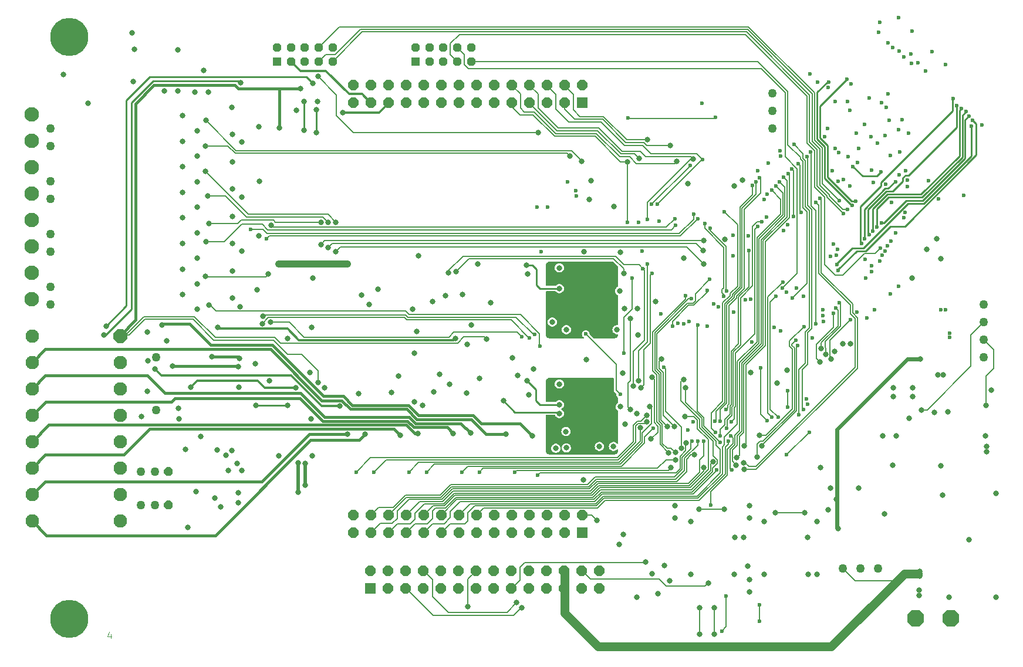
<source format=gbr>
%TF.GenerationSoftware,KiCad,Pcbnew,7.0.10-7.0.10~ubuntu22.04.1*%
%TF.CreationDate,2024-01-19T15:41:50+01:00*%
%TF.ProjectId,EEZ DIB MIO168,45455a20-4449-4422-904d-494f3136382e,r3B1*%
%TF.SameCoordinates,Original*%
%TF.FileFunction,Copper,L4,Bot*%
%TF.FilePolarity,Positive*%
%FSLAX46Y46*%
G04 Gerber Fmt 4.6, Leading zero omitted, Abs format (unit mm)*
G04 Created by KiCad (PCBNEW 7.0.10-7.0.10~ubuntu22.04.1) date 2024-01-19 15:41:50*
%MOMM*%
%LPD*%
G01*
G04 APERTURE LIST*
G04 Aperture macros list*
%AMOutline5P*
0 Free polygon, 5 corners , with rotation*
0 The origin of the aperture is its center*
0 number of corners: always 5*
0 $1 to $10 corner X, Y*
0 $11 Rotation angle, in degrees counterclockwise*
0 create outline with 5 corners*
4,1,5,$1,$2,$3,$4,$5,$6,$7,$8,$9,$10,$1,$2,$11*%
%AMOutline6P*
0 Free polygon, 6 corners , with rotation*
0 The origin of the aperture is its center*
0 number of corners: always 6*
0 $1 to $12 corner X, Y*
0 $13 Rotation angle, in degrees counterclockwise*
0 create outline with 6 corners*
4,1,6,$1,$2,$3,$4,$5,$6,$7,$8,$9,$10,$11,$12,$1,$2,$13*%
%AMOutline7P*
0 Free polygon, 7 corners , with rotation*
0 The origin of the aperture is its center*
0 number of corners: always 7*
0 $1 to $14 corner X, Y*
0 $15 Rotation angle, in degrees counterclockwise*
0 create outline with 7 corners*
4,1,7,$1,$2,$3,$4,$5,$6,$7,$8,$9,$10,$11,$12,$13,$14,$1,$2,$15*%
%AMOutline8P*
0 Free polygon, 8 corners , with rotation*
0 The origin of the aperture is its center*
0 number of corners: always 8*
0 $1 to $16 corner X, Y*
0 $17 Rotation angle, in degrees counterclockwise*
0 create outline with 8 corners*
4,1,8,$1,$2,$3,$4,$5,$6,$7,$8,$9,$10,$11,$12,$13,$14,$15,$16,$1,$2,$17*%
G04 Aperture macros list end*
%ADD10C,0.101600*%
%TA.AperFunction,NonConductor*%
%ADD11C,0.101600*%
%TD*%
%TA.AperFunction,ComponentPad*%
%ADD12C,1.270000*%
%TD*%
%TA.AperFunction,ComponentPad*%
%ADD13Outline8P,-1.200000X0.497056X-0.497056X1.200000X0.497056X1.200000X1.200000X0.497056X1.200000X-0.497056X0.497056X-1.200000X-0.497056X-1.200000X-1.200000X-0.497056X270.000000*%
%TD*%
%TA.AperFunction,ComponentPad*%
%ADD14C,2.100000*%
%TD*%
%TA.AperFunction,ComponentPad*%
%ADD15R,1.500000X1.500000*%
%TD*%
%TA.AperFunction,ComponentPad*%
%ADD16Outline8P,-0.750000X0.310660X-0.310660X0.750000X0.310660X0.750000X0.750000X0.310660X0.750000X-0.310660X0.310660X-0.750000X-0.310660X-0.750000X-0.750000X-0.310660X0.000000*%
%TD*%
%TA.AperFunction,ComponentPad*%
%ADD17R,1.200000X1.200000*%
%TD*%
%TA.AperFunction,ComponentPad*%
%ADD18Outline8P,-0.600000X0.248528X-0.248528X0.600000X0.248528X0.600000X0.600000X0.248528X0.600000X-0.248528X0.248528X-0.600000X-0.248528X-0.600000X-0.600000X-0.248528X0.000000*%
%TD*%
%TA.AperFunction,ComponentPad*%
%ADD19Outline8P,-0.635000X0.263026X-0.263026X0.635000X0.263026X0.635000X0.635000X0.263026X0.635000X-0.263026X0.263026X-0.635000X-0.263026X-0.635000X-0.635000X-0.263026X90.000000*%
%TD*%
%TA.AperFunction,ComponentPad*%
%ADD20C,5.500000*%
%TD*%
%TA.AperFunction,ComponentPad*%
%ADD21Outline8P,-0.750000X0.310660X-0.310660X0.750000X0.310660X0.750000X0.750000X0.310660X0.750000X-0.310660X0.310660X-0.750000X-0.310660X-0.750000X-0.750000X-0.310660X180.000000*%
%TD*%
%TA.AperFunction,ComponentPad*%
%ADD22Outline8P,-0.975000X0.403858X-0.403858X0.975000X0.403858X0.975000X0.975000X0.403858X0.975000X-0.403858X0.403858X-0.975000X-0.403858X-0.975000X-0.975000X-0.403858X180.000000*%
%TD*%
%TA.AperFunction,ComponentPad*%
%ADD23C,1.950000*%
%TD*%
%TA.AperFunction,ViaPad*%
%ADD24C,0.806400*%
%TD*%
%TA.AperFunction,ViaPad*%
%ADD25C,0.600000*%
%TD*%
%TA.AperFunction,Conductor*%
%ADD26C,0.203200*%
%TD*%
%TA.AperFunction,Conductor*%
%ADD27C,1.270000*%
%TD*%
%TA.AperFunction,Conductor*%
%ADD28C,0.609600*%
%TD*%
%TA.AperFunction,Conductor*%
%ADD29C,0.406400*%
%TD*%
%TA.AperFunction,Conductor*%
%ADD30C,1.016000*%
%TD*%
%TA.AperFunction,Conductor*%
%ADD31C,0.254000*%
%TD*%
%TA.AperFunction,Conductor*%
%ADD32C,0.152400*%
%TD*%
%TA.AperFunction,Conductor*%
%ADD33C,0.508000*%
%TD*%
%TA.AperFunction,Conductor*%
%ADD34C,0.304800*%
%TD*%
G04 APERTURE END LIST*
D10*
D11*
X92505772Y-149178510D02*
X92505772Y-149788110D01*
X92288057Y-148830168D02*
X92070343Y-149483310D01*
X92070343Y-149483310D02*
X92636400Y-149483310D01*
D12*
%TO.P,TP12,1,P$1*%
%TO.N,DAC_OUT#4*%
X99060000Y-116840000D03*
%TD*%
%TO.P,TP11,1,P$1*%
%TO.N,DAC_OUT#3*%
X99060000Y-109220000D03*
%TD*%
%TO.P,TP20,1,P$1*%
%TO.N,Net-(TP20-P$1)*%
X83820000Y-101600000D03*
%TD*%
%TO.P,TP19,1,P$1*%
%TO.N,Net-(TP19-P$1)*%
X83820000Y-99060000D03*
%TD*%
%TO.P,TP18,1,P$1*%
%TO.N,Net-(TP18-P$1)*%
X83820000Y-93980000D03*
%TD*%
%TO.P,TP17,1,P$1*%
%TO.N,Net-(TP17-P$1)*%
X83820000Y-91440000D03*
%TD*%
%TO.P,TP16,1,P$1*%
%TO.N,Net-(TP16-P$1)*%
X83820000Y-86360000D03*
%TD*%
%TO.P,TP15,1,P$1*%
%TO.N,Net-(TP15-P$1)*%
X83820000Y-83820000D03*
%TD*%
%TO.P,TP14,1,P$1*%
%TO.N,Net-(TP14-P$1)*%
X83820000Y-78740000D03*
%TD*%
%TO.P,TP13,1,P$1*%
%TO.N,Net-(TP13-P$1)*%
X83820000Y-76200000D03*
%TD*%
%TO.P,TP3,1,P$1*%
%TO.N,GNDIO*%
X203200000Y-139700000D03*
%TD*%
%TO.P,TP10,1,P$1*%
%TO.N,/MCU/SWCLK*%
X187960000Y-76200000D03*
%TD*%
%TO.P,TP9,1,P$1*%
%TO.N,~{RESET}*%
X187960000Y-73660000D03*
%TD*%
%TO.P,TP8,1,P$1*%
%TO.N,/MCU/SWDIO*%
X187960000Y-71120000D03*
%TD*%
%TO.P,TP1,1,P$1*%
%TO.N,+5V*%
X198120000Y-139700000D03*
%TD*%
%TO.P,TP2,1,P$1*%
%TO.N,+3V3*%
X200660000Y-139700000D03*
%TD*%
%TO.P,TP4,1,P$1*%
%TO.N,+3V3_ISO*%
X218440000Y-101600000D03*
%TD*%
%TO.P,TP6,1,P$1*%
%TO.N,-15V_ISO*%
X218440000Y-106680000D03*
%TD*%
%TO.P,TP5,1,P$1*%
%TO.N,+15V_ISO*%
X218440000Y-104140000D03*
%TD*%
D13*
%TO.P,J1,1*%
%TO.N,PE*%
X213677100Y-146915600D03*
%TO.P,J1,2*%
%TO.N,unconnected-(J1-Pad2)*%
X208597100Y-146915600D03*
%TD*%
D14*
%TO.P,X4,1,Pin_1*%
%TO.N,Net-(TP20-P$1)*%
X81100000Y-100835000D03*
%TO.P,X4,2,Pin_2*%
%TO.N,Net-(TP19-P$1)*%
X81100000Y-97025000D03*
%TO.P,X4,3,Pin_3*%
%TO.N,Net-(TP18-P$1)*%
X81100000Y-93215000D03*
%TO.P,X4,4,Pin_4*%
%TO.N,Net-(TP17-P$1)*%
X81100000Y-89405000D03*
%TO.P,X4,5,Pin_5*%
%TO.N,Net-(TP16-P$1)*%
X81100000Y-85595000D03*
%TO.P,X4,6,Pin_6*%
%TO.N,Net-(TP15-P$1)*%
X81100000Y-81785000D03*
%TO.P,X4,7,Pin_7*%
%TO.N,Net-(TP14-P$1)*%
X81100000Y-77975000D03*
%TO.P,X4,8,Pin_8*%
%TO.N,Net-(TP13-P$1)*%
X81100000Y-74165000D03*
%TD*%
D15*
%TO.P,X1,1,Pin_1*%
%TO.N,+3V3*%
X129980000Y-142540000D03*
D16*
%TO.P,X1,2,Pin_2*%
%TO.N,unconnected-(X1-Pin_2-Pad2)*%
X129980000Y-140000000D03*
%TO.P,X1,3,Pin_3*%
%TO.N,unconnected-(X1-Pin_3-Pad3)*%
X132520000Y-142540000D03*
%TO.P,X1,4,Pin_4*%
%TO.N,/DIB interface/DIB_NRESET*%
X132520000Y-140000000D03*
%TO.P,X1,5,Pin_5*%
%TO.N,/DIB interface/DIB_SCL*%
X135060000Y-142540000D03*
%TO.P,X1,6,Pin_6*%
%TO.N,/DIB interface/OE_SYNC*%
X135060000Y-140000000D03*
%TO.P,X1,7,Pin_7*%
%TO.N,GNDIO*%
X137600000Y-142540000D03*
%TO.P,X1,8,Pin_8*%
%TO.N,/DIB interface/DIB_SDA*%
X137600000Y-140000000D03*
%TO.P,X1,9,Pin_9*%
%TO.N,Net-(RN1B-2)*%
X140140000Y-142540000D03*
%TO.P,X1,10,Pin_10*%
%TO.N,/DIB interface/DIB_IRQ*%
X140140000Y-140000000D03*
%TO.P,X1,11,Pin_11*%
%TO.N,GNDIO*%
X142680000Y-142540000D03*
%TO.P,X1,12,Pin_12*%
%TO.N,/DIB interface/DIB_CSB*%
X142680000Y-140000000D03*
%TO.P,X1,13,Pin_13*%
%TO.N,Net-(RN1C-2)*%
X145220000Y-142540000D03*
%TO.P,X1,14,Pin_14*%
%TO.N,Net-(RN1A-2)*%
X145220000Y-140000000D03*
%TO.P,X1,15,Pin_15*%
%TO.N,Net-(RN1D-2)*%
X147760000Y-142540000D03*
%TO.P,X1,16,Pin_16*%
%TO.N,GNDIO*%
X147760000Y-140000000D03*
%TO.P,X1,17,Pin_17*%
%TO.N,/DIB interface/DIB_A0*%
X150300000Y-142540000D03*
%TO.P,X1,18,Pin_18*%
%TO.N,/DIB interface/DIB_A2*%
X150300000Y-140000000D03*
%TO.P,X1,19,Pin_19*%
%TO.N,/DIB interface/DIB_A1*%
X152840000Y-142540000D03*
%TO.P,X1,20,Pin_20*%
%TO.N,GNDIO*%
X152840000Y-140000000D03*
%TO.P,X1,21,Pin_21*%
%TO.N,unconnected-(X1-Pin_21-Pad21)*%
X155380000Y-142540000D03*
%TO.P,X1,22,Pin_22*%
%TO.N,unconnected-(X1-Pin_22-Pad22)*%
X155380000Y-140000000D03*
%TO.P,X1,23,Pin_23*%
%TO.N,+5V*%
X157920000Y-142540000D03*
%TO.P,X1,24,Pin_24*%
X157920000Y-140000000D03*
%TO.P,X1,25,Pin_25*%
%TO.N,GNDIO*%
X160460000Y-142540000D03*
%TO.P,X1,26,Pin_26*%
%TO.N,/DIB interface/DIB_BOOT*%
X160460000Y-140000000D03*
%TO.P,X1,27,Pin_27*%
%TO.N,unconnected-(X1-Pin_27-Pad27)*%
X163000000Y-142540000D03*
%TO.P,X1,28,Pin_28*%
%TO.N,unconnected-(X1-Pin_28-Pad28)*%
X163000000Y-140000000D03*
%TD*%
D17*
%TO.P,X7,1,Pin_1*%
%TO.N,GND*%
X136500000Y-66500000D03*
D18*
%TO.P,X7,2,Pin_2*%
X136500000Y-64500000D03*
%TO.P,X7,3,Pin_3*%
%TO.N,/ADIB\u002C PWM\u002C AFE connectors/AFE2N*%
X138500000Y-66500000D03*
%TO.P,X7,4,Pin_4*%
%TO.N,/ADIB\u002C PWM\u002C AFE connectors/AFE2P*%
X138500000Y-64500000D03*
%TO.P,X7,5,Pin_5*%
%TO.N,GND*%
X140500000Y-66500000D03*
%TO.P,X7,6,Pin_6*%
X140500000Y-64500000D03*
%TO.P,X7,7,Pin_7*%
%TO.N,ADIB2_ID0*%
X142500000Y-66500000D03*
%TO.P,X7,8,Pin_8*%
%TO.N,ADIB2_ID2*%
X142500000Y-64500000D03*
%TO.P,X7,9,Pin_9*%
%TO.N,ADIB2_ID1*%
X144500000Y-66500000D03*
%TO.P,X7,10,Pin_10*%
%TO.N,GND*%
X144500000Y-64500000D03*
%TD*%
D12*
%TO.P,JP3,1,Pin_1*%
%TO.N,Net-(JP3-Pin_1)*%
X96869100Y-130532600D03*
%TO.P,JP3,2,Pin_2*%
%TO.N,PWM_OUT#2*%
X98869100Y-130532600D03*
D19*
%TO.P,JP3,3,Pin_3*%
%TO.N,Net-(JP3-Pin_3)*%
X100869100Y-130532600D03*
%TD*%
D20*
%TO.P,KK1,*%
%TO.N,*%
X86500000Y-63000000D03*
%TD*%
D12*
%TO.P,JP2,1,Pin_1*%
%TO.N,Net-(JP2-Pin_1)*%
X96869100Y-125706600D03*
%TO.P,JP2,2,Pin_2*%
%TO.N,PWM_OUT#1*%
X98869100Y-125706600D03*
D19*
%TO.P,JP2,3,Pin_3*%
%TO.N,Net-(JP2-Pin_3)*%
X100869100Y-125706600D03*
%TD*%
D17*
%TO.P,X5,1,Pin_1*%
%TO.N,GND*%
X116500000Y-66500000D03*
D18*
%TO.P,X5,2,Pin_2*%
X116500000Y-64500000D03*
%TO.P,X5,3,Pin_3*%
%TO.N,/ADIB\u002C PWM\u002C AFE connectors/AFE1N*%
X118500000Y-66500000D03*
%TO.P,X5,4,Pin_4*%
%TO.N,/ADIB\u002C PWM\u002C AFE connectors/AFE1P*%
X118500000Y-64500000D03*
%TO.P,X5,5,Pin_5*%
%TO.N,GND*%
X120500000Y-66500000D03*
%TO.P,X5,6,Pin_6*%
X120500000Y-64500000D03*
%TO.P,X5,7,Pin_7*%
%TO.N,ADIB1_ID0*%
X122500000Y-66500000D03*
%TO.P,X5,8,Pin_8*%
%TO.N,ADIB1_ID2*%
X122500000Y-64500000D03*
%TO.P,X5,9,Pin_9*%
%TO.N,ADIB1_ID1*%
X124500000Y-66500000D03*
%TO.P,X5,10,Pin_10*%
%TO.N,GND*%
X124500000Y-64500000D03*
%TD*%
D15*
%TO.P,X8,1,Pin_1*%
%TO.N,AFE_ID0*%
X160520000Y-134500000D03*
D21*
%TO.P,X8,2,Pin_2*%
%TO.N,AFE_ID1*%
X160520000Y-131960000D03*
%TO.P,X8,3,Pin_3*%
%TO.N,ISEL#1*%
X157980000Y-134500000D03*
%TO.P,X8,4,Pin_4*%
%TO.N,ISEL#2*%
X157980000Y-131960000D03*
%TO.P,X8,5,Pin_5*%
%TO.N,USEL1#1*%
X155440000Y-134500000D03*
%TO.P,X8,6,Pin_6*%
%TO.N,USEL1#2{slash}SDA2*%
X155440000Y-131960000D03*
%TO.P,X8,7,Pin_7*%
%TO.N,USEL20#1*%
X152900000Y-134500000D03*
%TO.P,X8,8,Pin_8*%
%TO.N,USEL20#2{slash}SCL2*%
X152900000Y-131960000D03*
%TO.P,X8,9,Pin_9*%
%TO.N,USEL100#1*%
X150360000Y-134500000D03*
%TO.P,X8,10,Pin_10*%
%TO.N,USEL100#2*%
X150360000Y-131960000D03*
%TO.P,X8,11,Pin_11*%
%TO.N,USEL1#3*%
X147820000Y-134500000D03*
%TO.P,X8,12,Pin_12*%
%TO.N,USEL1#4*%
X147820000Y-131960000D03*
%TO.P,X8,13,Pin_13*%
%TO.N,USEL20#3*%
X145280000Y-134500000D03*
%TO.P,X8,14,Pin_14*%
%TO.N,USEL20#4*%
X145280000Y-131960000D03*
%TO.P,X8,15,Pin_15*%
%TO.N,ISEL_S#3*%
X142740000Y-134500000D03*
%TO.P,X8,16,Pin_16*%
%TO.N,ISEL_S#4*%
X142740000Y-131960000D03*
%TO.P,X8,17,Pin_17*%
%TO.N,ISEL_R#3*%
X140200000Y-134500000D03*
%TO.P,X8,18,Pin_18*%
%TO.N,ISEL_R#4*%
X140200000Y-131960000D03*
%TO.P,X8,19,Pin_19*%
%TO.N,ISEL10_S#3*%
X137660000Y-134500000D03*
%TO.P,X8,20,Pin_20*%
%TO.N,ISEL10_S#4*%
X137660000Y-131960000D03*
%TO.P,X8,21,Pin_21*%
%TO.N,ISEL10_R#3*%
X135120000Y-134500000D03*
%TO.P,X8,22,Pin_22*%
%TO.N,ISEL10_R#4*%
X135120000Y-131960000D03*
%TO.P,X8,23,Pin_23*%
%TO.N,ISEL_LOW#3*%
X132580000Y-134500000D03*
%TO.P,X8,24,Pin_24*%
%TO.N,ISEL_LOW#4*%
X132580000Y-131960000D03*
%TO.P,X8,25,Pin_25*%
%TO.N,ISEL_MID#3*%
X130040000Y-134500000D03*
%TO.P,X8,26,Pin_26*%
%TO.N,ISEL_MID#4*%
X130040000Y-131960000D03*
%TO.P,X8,27,Pin_27*%
%TO.N,GND*%
X127500000Y-134500000D03*
%TO.P,X8,28,Pin_28*%
X127500000Y-131960000D03*
%TD*%
D15*
%TO.P,X6,1,Pin_1*%
%TO.N,GND*%
X160520000Y-72500000D03*
D21*
%TO.P,X6,2,Pin_2*%
X160520000Y-69960000D03*
%TO.P,X6,3,Pin_3*%
%TO.N,MIO_MOSI*%
X157980000Y-72500000D03*
%TO.P,X6,4,Pin_4*%
%TO.N,ADC_CLK{slash}SDA1*%
X157980000Y-69960000D03*
%TO.P,X6,5,Pin_5*%
%TO.N,~{ADC_CS}*%
X155440000Y-72500000D03*
%TO.P,X6,6,Pin_6*%
%TO.N,MIO_SCK*%
X155440000Y-69960000D03*
%TO.P,X6,7,Pin_7*%
%TO.N,~{ADC_DRDY}*%
X152900000Y-72500000D03*
%TO.P,X6,8,Pin_8*%
%TO.N,MIO_MISO*%
X152900000Y-69960000D03*
%TO.P,X6,9,Pin_9*%
%TO.N,~{RESET}*%
X150360000Y-72500000D03*
%TO.P,X6,10,Pin_10*%
%TO.N,ADC_START{slash}SCL1*%
X150360000Y-69960000D03*
%TO.P,X6,11,Pin_11*%
%TO.N,GND*%
X147820000Y-72500000D03*
%TO.P,X6,12,Pin_12*%
X147820000Y-69960000D03*
%TO.P,X6,13,Pin_13*%
%TO.N,+3V3_ISO*%
X145280000Y-72500000D03*
%TO.P,X6,14,Pin_14*%
%TO.N,AFE_CLK*%
X145280000Y-69960000D03*
%TO.P,X6,15,Pin_15*%
%TO.N,-5V_ISO*%
X142740000Y-72500000D03*
%TO.P,X6,16,Pin_16*%
%TO.N,+5V_ISO*%
X142740000Y-69960000D03*
%TO.P,X6,17,Pin_17*%
%TO.N,unconnected-(X6-Pin_17-Pad17)*%
X140200000Y-72500000D03*
%TO.P,X6,18,Pin_18*%
%TO.N,unconnected-(X6-Pin_18-Pad18)*%
X140200000Y-69960000D03*
%TO.P,X6,19,Pin_19*%
%TO.N,-15V_ISO*%
X137660000Y-72500000D03*
%TO.P,X6,20,Pin_20*%
%TO.N,+15V_ISO*%
X137660000Y-69960000D03*
%TO.P,X6,21,Pin_21*%
%TO.N,GND*%
X135120000Y-72500000D03*
%TO.P,X6,22,Pin_22*%
X135120000Y-69960000D03*
%TO.P,X6,23,Pin_23*%
%TO.N,/ADIB\u002C PWM\u002C AFE connectors/AFE2N*%
X132580000Y-72500000D03*
%TO.P,X6,24,Pin_24*%
%TO.N,/ADIB\u002C PWM\u002C AFE connectors/AFE2P*%
X132580000Y-69960000D03*
%TO.P,X6,25,Pin_25*%
%TO.N,/ADIB\u002C PWM\u002C AFE connectors/AFE1N*%
X130040000Y-72500000D03*
%TO.P,X6,26,Pin_26*%
%TO.N,/ADIB\u002C PWM\u002C AFE connectors/AFE1P*%
X130040000Y-69960000D03*
%TO.P,X6,27,Pin_27*%
%TO.N,GND*%
X127500000Y-72500000D03*
%TO.P,X6,28,Pin_28*%
X127500000Y-69960000D03*
%TD*%
D22*
%TO.P,X3,1,Pin_1*%
%TO.N,GND*%
X93850000Y-106165000D03*
D23*
%TO.P,X3,2,Pin_2*%
%TO.N,DAC_OUT#1*%
X93850000Y-109975000D03*
%TO.P,X3,3,Pin_3*%
%TO.N,DAC_OUT#2*%
X93850000Y-113785000D03*
%TO.P,X3,4,Pin_4*%
%TO.N,DAC_OUT#3*%
X93850000Y-117595000D03*
%TO.P,X3,5,Pin_5*%
%TO.N,DAC_OUT#4*%
X93850000Y-121405000D03*
%TO.P,X3,6,Pin_6*%
%TO.N,PWM_OUT#1*%
X93850000Y-125215000D03*
%TO.P,X3,7,Pin_7*%
%TO.N,PWM_OUT#2*%
X93850000Y-129025000D03*
%TO.P,X3,8,Pin_8*%
%TO.N,GND*%
X93850000Y-132835000D03*
%TO.P,X3,9,Pin_9*%
%TO.N,POUT0*%
X81150000Y-106165000D03*
%TO.P,X3,10,Pin_10*%
%TO.N,POUT1*%
X81150000Y-109975000D03*
%TO.P,X3,11,Pin_11*%
%TO.N,POUT2*%
X81150000Y-113785000D03*
%TO.P,X3,12,Pin_12*%
%TO.N,POUT3*%
X81150000Y-117595000D03*
%TO.P,X3,13,Pin_13*%
%TO.N,POUT4*%
X81150000Y-121405000D03*
%TO.P,X3,14,Pin_14*%
%TO.N,POUT5*%
X81150000Y-125215000D03*
%TO.P,X3,15,Pin_15*%
%TO.N,POUT6*%
X81150000Y-129025000D03*
%TO.P,X3,16,Pin_16*%
%TO.N,POUT7*%
X81150000Y-132835000D03*
%TD*%
D12*
%TO.P,TP7,1,P$1*%
%TO.N,GND*%
X218440000Y-109220000D03*
%TD*%
D20*
%TO.P,KK2,*%
%TO.N,*%
X86500000Y-147000000D03*
%TD*%
D24*
%TO.N,GND*%
X176148600Y-132945600D03*
D25*
X202247500Y-82232500D03*
D24*
X104774600Y-128564100D03*
X199237200Y-107291600D03*
X204152100Y-131802600D03*
X104965100Y-94909100D03*
X211835600Y-111736600D03*
D25*
X182372000Y-102679500D03*
D24*
X111442100Y-78145100D03*
X205422100Y-114848100D03*
X166052100Y-94083600D03*
X110045100Y-84939600D03*
D25*
X205123831Y-86849169D03*
X195915552Y-76181948D03*
D24*
X136270600Y-108648500D03*
X152654000Y-97195100D03*
D25*
X204978000Y-100076000D03*
X203134039Y-78293037D03*
D24*
X203898100Y-120563100D03*
X140779100Y-100330000D03*
X207645000Y-117999140D03*
X158241600Y-122277600D03*
X165544500Y-105219500D03*
X111442100Y-93893100D03*
X85661500Y-68389500D03*
X218694000Y-120586500D03*
X136651600Y-105513600D03*
D25*
X171640500Y-89598500D03*
D24*
X196963900Y-108371100D03*
D25*
X201243390Y-75617805D03*
D24*
X212597600Y-111736600D03*
X103314500Y-122491500D03*
X196024512Y-131254500D03*
D25*
X153987500Y-87566500D03*
D24*
X110045100Y-92813600D03*
X113601100Y-99481100D03*
X137502500Y-116168900D03*
X95884600Y-64746600D03*
X165036100Y-122074400D03*
X165125000Y-87428800D03*
X161099100Y-109577600D03*
X205803500Y-120586500D03*
X183768600Y-135231600D03*
X104965100Y-87543100D03*
X184657600Y-130596100D03*
X132980874Y-114300000D03*
X104965100Y-98592100D03*
D25*
X189166500Y-105410000D03*
D24*
X97789600Y-114149600D03*
X194373100Y-132945600D03*
X186753100Y-132945600D03*
X153479500Y-110871000D03*
X104965100Y-102275100D03*
X113918600Y-83796600D03*
X139954000Y-111633000D03*
X110045100Y-100687600D03*
X111188100Y-101894100D03*
X110934100Y-130227800D03*
X110045100Y-77065600D03*
D25*
X187388500Y-81216500D03*
D24*
X104965100Y-80177100D03*
X111442100Y-86082600D03*
D25*
X200025000Y-76835000D03*
D24*
X110045100Y-81002600D03*
X115391800Y-112600200D03*
D25*
X193357500Y-68326000D03*
X201549000Y-103505000D03*
X197040500Y-72263000D03*
D24*
X161798000Y-83693000D03*
X196341600Y-128119600D03*
D25*
X206184500Y-60198000D03*
D24*
X121678300Y-97792000D03*
D25*
X207962500Y-65468500D03*
D24*
X211645500Y-92075000D03*
D25*
X203454000Y-60896500D03*
D24*
X104965100Y-83860100D03*
D25*
X213487000Y-106362500D03*
D24*
X97789600Y-105577100D03*
X143891000Y-107378500D03*
D25*
X158369000Y-83883500D03*
D24*
X97853100Y-109704600D03*
X208089500Y-97790000D03*
X173862600Y-130659600D03*
D25*
X218186000Y-75692000D03*
D24*
X208216100Y-114848100D03*
X205422100Y-113578100D03*
D25*
X177763849Y-72553151D03*
D24*
X113855100Y-75922600D03*
X138938000Y-101155504D03*
X105918000Y-67818000D03*
X157225600Y-113070100D03*
D25*
X184023000Y-100901500D03*
D24*
X168458300Y-102148100D03*
X208216100Y-113578100D03*
D25*
X212915500Y-66929000D03*
D24*
X219519100Y-113918996D03*
X175132600Y-94909100D03*
D25*
X185008959Y-106967459D03*
D24*
X190100800Y-111061500D03*
X104965100Y-76494100D03*
X139064600Y-114213100D03*
X119278000Y-73560400D03*
X110045100Y-96750600D03*
X150431500Y-109283500D03*
X183641600Y-83675100D03*
X103631600Y-133733000D03*
X175767600Y-84114100D03*
X128714100Y-100266494D03*
X95567500Y-62357000D03*
X157225600Y-96306100D03*
X110045100Y-88876600D03*
X128270000Y-114427000D03*
D25*
X213487000Y-105727500D03*
D24*
X156717600Y-122341100D03*
X165989000Y-116332000D03*
X160781600Y-93969300D03*
X213296100Y-117070600D03*
X121208400Y-111381000D03*
X104965100Y-91226100D03*
X143248800Y-100116100D03*
X108394100Y-130786600D03*
D25*
X211882707Y-86327735D03*
D24*
X95757600Y-69382100D03*
X166369600Y-111482600D03*
X152781000Y-114594100D03*
X163004100Y-122074400D03*
X107822600Y-122595100D03*
X165925510Y-99631500D03*
X141414100Y-113070100D03*
X109981600Y-73128600D03*
X168427000Y-117311900D03*
X211327600Y-117134100D03*
X218820600Y-122849100D03*
D25*
X154622500Y-93980000D03*
D24*
X158242000Y-105219500D03*
X113855100Y-91670600D03*
X218820600Y-122087100D03*
X131063600Y-99417600D03*
X161581700Y-86412800D03*
X96900600Y-117769100D03*
%TO.N,+3V3*%
X172338600Y-139232100D03*
X166433510Y-134810500D03*
X171449600Y-143359600D03*
X182435100Y-140565600D03*
X184657600Y-141264100D03*
X193103100Y-140565600D03*
%TO.N,GNDIO*%
X168401600Y-143867600D03*
X173164100Y-141485200D03*
X184657600Y-143042100D03*
X186753100Y-140565600D03*
X170624100Y-140481800D03*
X184403600Y-139359100D03*
X165848900Y-136171400D03*
X209105100Y-143613600D03*
X194373100Y-140565600D03*
X209105100Y-142851600D03*
X176148600Y-140565600D03*
%TO.N,PE*%
X89198600Y-72580500D03*
%TO.N,+15V_ISO*%
X151193100Y-111800100D03*
X122376800Y-72290400D03*
X110946800Y-110580900D03*
X116776100Y-95734600D03*
X121602494Y-123407900D03*
X100548000Y-106819200D03*
X209486100Y-116816600D03*
X126618600Y-95734600D03*
X158178100Y-119928100D03*
X156209600Y-104116600D03*
X129776182Y-101607200D03*
X116776100Y-123407900D03*
X101409100Y-110466600D03*
X143827100Y-114340100D03*
X111035700Y-113514600D03*
X145414600Y-95734600D03*
%TO.N,-15V_ISO*%
X161226100Y-98592100D03*
X161226100Y-96814100D03*
X162115100Y-96814100D03*
X218757100Y-116181600D03*
X118046100Y-116118100D03*
X160718100Y-126938500D03*
X162115100Y-97703100D03*
X162242100Y-106021600D03*
X162115100Y-98592100D03*
X161226100Y-116181600D03*
X144525600Y-104526500D03*
X161226100Y-99481100D03*
X113410600Y-116118100D03*
X118046100Y-106478800D03*
X162115100Y-116181600D03*
X162115100Y-114403600D03*
X147319600Y-101322600D03*
X161226100Y-115292600D03*
X162115100Y-113514600D03*
X145729600Y-112247100D03*
X120408300Y-76417900D03*
X120408300Y-72290400D03*
X133984600Y-111927100D03*
X162115100Y-99481100D03*
X160718100Y-122785600D03*
X162115100Y-115292600D03*
X162877100Y-120423400D03*
X164528500Y-104076488D03*
X161226100Y-97703100D03*
X161226100Y-114403600D03*
X161226100Y-113514600D03*
%TO.N,+3V3_ISO*%
X111442100Y-125516100D03*
X181139700Y-92171100D03*
X210248100Y-93639100D03*
X102171100Y-64873600D03*
X109473600Y-125516100D03*
D25*
X199133538Y-73530538D03*
X208089500Y-62103000D03*
D24*
X193039600Y-135168100D03*
D25*
X206121000Y-98933000D03*
X204329577Y-84251081D03*
X210518174Y-83723715D03*
D24*
X121411600Y-118086600D03*
D25*
X185801000Y-82296000D03*
X210947000Y-65087500D03*
X184848100Y-100838000D03*
D24*
X109981600Y-122658600D03*
D25*
X202692000Y-102362000D03*
D24*
X188666849Y-112892257D03*
D25*
X194437000Y-69469000D03*
X202184000Y-77343000D03*
D24*
X136905600Y-94528100D03*
X173862600Y-132374100D03*
D25*
X195507700Y-77343000D03*
D24*
X184803200Y-111406400D03*
X166687100Y-118848600D03*
X166623600Y-102148100D03*
D25*
X196024500Y-70294494D03*
X212217004Y-102362000D03*
D24*
X168592100Y-105950600D03*
D25*
X182317300Y-94551500D03*
X200243170Y-81053670D03*
D24*
X212280100Y-94972600D03*
X182498600Y-135231600D03*
X110934100Y-128741900D03*
X182435100Y-84495100D03*
D25*
X155511500Y-87566500D03*
X212917007Y-102362000D03*
D24*
X184657600Y-132374100D03*
X198119600Y-107228100D03*
D25*
X188217900Y-104893200D03*
%TO.N,~{RESET}*%
X167068500Y-89725500D03*
X187154375Y-118321565D03*
X166497000Y-108648500D03*
X167703500Y-97790000D03*
D24*
X167055400Y-80977200D03*
D25*
X186245500Y-110744000D03*
X179768500Y-74612500D03*
X167132000Y-74676000D03*
D24*
%TO.N,+5V_ISO*%
X122211700Y-76786200D03*
X209296004Y-109474000D03*
X197181500Y-129722183D03*
X197421100Y-133898100D03*
X119519300Y-128716500D03*
X122211700Y-73458800D03*
X119519300Y-124474700D03*
D25*
%TO.N,DOUT7*%
X199199500Y-103759000D03*
X130429000Y-125793500D03*
D24*
X196417800Y-109450600D03*
X169849400Y-118543800D03*
%TO.N,DOUT6*%
X169874800Y-117578600D03*
D25*
X127889000Y-125793500D03*
X197612000Y-101346000D03*
D24*
X195630400Y-108790200D03*
D25*
%TO.N,DOUT3*%
X190182500Y-114055200D03*
X190182500Y-116395500D03*
X143129000Y-125793500D03*
X170751500Y-119443500D03*
D24*
%TO.N,DOUT2*%
X173989600Y-123979400D03*
D25*
X145669000Y-125793500D03*
D24*
X186461000Y-121985500D03*
D25*
X191606962Y-107473456D03*
%TO.N,DOUT1*%
X191336051Y-106722425D03*
X150749000Y-125793500D03*
D24*
X185737100Y-123585700D03*
X173341900Y-125127600D03*
%TO.N,DOUT0*%
X175500900Y-121591800D03*
D25*
X192528503Y-104777412D03*
X154051000Y-126238000D03*
D24*
X186067300Y-120486900D03*
%TO.N,DAC_OUT#1*%
X107949600Y-104878600D03*
X91820600Y-104688100D03*
X142239600Y-106466100D03*
X121691000Y-69686900D03*
D25*
%TO.N,DAC_CS#2*%
X161036000Y-105854500D03*
X165989000Y-114554000D03*
D24*
%TO.N,-VSENSE*%
X119913000Y-70448900D03*
X122427600Y-112816100D03*
X116801500Y-76087700D03*
X146684600Y-106593100D03*
%TO.N,~{DAC_ALARM}*%
X167449100Y-103608600D03*
X167449100Y-116753100D03*
X171132100Y-101195600D03*
D25*
X191720468Y-81261465D03*
X192115718Y-88271064D03*
D24*
%TO.N,DAC_OUT#2*%
X111289700Y-69598000D03*
X98869100Y-110873000D03*
X91503100Y-106021600D03*
X125577200Y-116245100D03*
D25*
%TO.N,BOOT0*%
X179070000Y-130556000D03*
X179705000Y-120015000D03*
X181038500Y-88201500D03*
X181961300Y-120554594D03*
D24*
%TO.N,CLAMP*%
X102869600Y-81701100D03*
X102869600Y-78018100D03*
X105473100Y-120626600D03*
X107505100Y-129516600D03*
X102869600Y-96496600D03*
X102869600Y-100116100D03*
X102171100Y-70779100D03*
X104647600Y-70906100D03*
X100202600Y-70779100D03*
X102869600Y-74335100D03*
X102869600Y-85384100D03*
X102869600Y-92813600D03*
X106552994Y-70906100D03*
X102869600Y-89067100D03*
D25*
%TO.N,DIN6*%
X178181000Y-89924800D03*
X180911500Y-100393500D03*
D24*
X115252500Y-97218500D03*
X115689800Y-90146600D03*
X106171600Y-97512600D03*
D25*
X173863000Y-89217500D03*
%TO.N,DIN5*%
X173990000Y-90170000D03*
X178943000Y-90614500D03*
D24*
X106235100Y-92496100D03*
D25*
X181342366Y-99648269D03*
D24*
%TO.N,DIN4*%
X178015500Y-92394500D03*
X106679600Y-89892600D03*
X122808600Y-92940600D03*
X122808600Y-89702100D03*
%TO.N,DIN3*%
X123888100Y-89702100D03*
X177926600Y-93766100D03*
X123888100Y-93385100D03*
X106489100Y-85892100D03*
%TO.N,DIN2*%
X178053600Y-95734600D03*
X124967600Y-93956600D03*
X124967600Y-89702100D03*
X106171600Y-82399600D03*
%TO.N,DIN1*%
X106171600Y-78716600D03*
X158724200Y-80164400D03*
%TO.N,DIN0*%
X106235100Y-75033600D03*
X160413300Y-80939100D03*
%TO.N,+5V*%
X209168600Y-140121100D03*
X209168600Y-140819600D03*
%TO.N,-5V_ISO*%
X120548000Y-124487400D03*
X194933100Y-125146600D03*
X120548000Y-127687800D03*
%TO.N,~{ADC_DRDY}*%
X168757200Y-80532700D03*
D25*
%TO.N,ISEL_S#3*%
X181235366Y-116764800D03*
X186118500Y-83312000D03*
%TO.N,ISEL_R#3*%
X187835533Y-85089489D03*
%TO.N,ISEL10_S#3*%
X188431714Y-84483624D03*
X179873443Y-125483051D03*
X182077450Y-125476000D03*
D24*
%TO.N,ISEL10_R#3*%
X182700306Y-124754443D03*
D25*
X189011776Y-83862309D03*
D24*
X179374400Y-124284200D03*
%TO.N,ISEL_S#4*%
X175424700Y-113603500D03*
D25*
X197471902Y-83824721D03*
X179451002Y-101536498D03*
D24*
%TO.N,ISEL_R#4*%
X175158000Y-112435100D03*
D25*
X180149500Y-101917500D03*
X198179730Y-83569596D03*
D24*
%TO.N,ISEL10_S#4*%
X175299959Y-117732009D03*
D25*
X198900689Y-80265329D03*
X178879500Y-97980500D03*
D24*
X172833900Y-119178800D03*
D25*
%TO.N,ISEL10_R#4*%
X180433366Y-120581362D03*
X184531000Y-93789500D03*
X178035631Y-121286369D03*
X196595998Y-82296000D03*
%TO.N,USEL1#1*%
X190173681Y-90098452D03*
X175420457Y-100299963D03*
D24*
X172979950Y-122969750D03*
D25*
%TO.N,ISEL#1*%
X189598909Y-90944092D03*
X176255444Y-100765700D03*
D24*
X173983250Y-122950700D03*
D25*
%TO.N,USEL100#1*%
X185610500Y-83883500D03*
X180432906Y-118457800D03*
D24*
%TO.N,ISEL_MID#3*%
X176732800Y-123280900D03*
X183895600Y-121985500D03*
D25*
X190253177Y-82707371D03*
D24*
%TO.N,ISEL_LOW#3*%
X178091700Y-125135100D03*
X182825478Y-123705483D03*
D25*
X189590685Y-83239920D03*
%TO.N,USEL1#3*%
X191051937Y-78497434D03*
X191770000Y-117475000D03*
%TO.N,USEL100#2*%
X178562000Y-104711500D03*
D24*
X170561000Y-112077500D03*
D25*
X194246500Y-104394000D03*
X193421003Y-79573865D03*
D24*
X170465350Y-121007600D03*
%TO.N,ISEL#2*%
X174808750Y-122315700D03*
D25*
X172326592Y-110632827D03*
%TO.N,ISEL_LOW#4*%
X186436000Y-89662000D03*
X177185630Y-121284804D03*
X181360508Y-119448008D03*
X197534763Y-79653764D03*
%TO.N,ISEL_MID#4*%
X181991000Y-118554500D03*
X185826400Y-90360500D03*
X176335628Y-121285036D03*
X197040500Y-79057500D03*
D24*
%TO.N,USEL1#4*%
X173805450Y-119172450D03*
X171957600Y-109437900D03*
%TO.N,BIAS_EN*%
X115569600Y-104142000D03*
D25*
X190738989Y-81993511D03*
X151828500Y-106235500D03*
X173545500Y-104711500D03*
X190982073Y-88897264D03*
X178562000Y-99568000D03*
D24*
X113385200Y-110161800D03*
%TO.N,AFE_ID1*%
X183768600Y-124411200D03*
X162672400Y-132755100D03*
D25*
X194246500Y-86868000D03*
%TO.N,AFE_ID0*%
X194824280Y-86273550D03*
D24*
X183908300Y-125414500D03*
D25*
%TO.N,ADIB1_ID1*%
X198198081Y-88475528D03*
%TO.N,ADIB1_ID0*%
X198762294Y-87881629D03*
%TO.N,ADIB2_ID0*%
X203531849Y-93472000D03*
%TO.N,ADIB2_ID1*%
X190817500Y-100647500D03*
%TO.N,ADIB2_ID2*%
X189357000Y-99250500D03*
%TO.N,ADIB1_ID2*%
X197592421Y-86561919D03*
D24*
%TO.N,ADIB1_SW*%
X154178000Y-76786200D03*
X122389500Y-68683600D03*
%TO.N,Net-(IC1-CLK)*%
X213423100Y-143804100D03*
X216344500Y-135509000D03*
X212470600Y-129072100D03*
X220217600Y-128881600D03*
X220217600Y-143804100D03*
%TO.N,Net-(C6-Pad2)*%
X212280500Y-124840996D03*
X205295500Y-124777500D03*
X200405600Y-128056100D03*
%TO.N,Net-(IC12-VOUT)*%
X157225600Y-99290600D03*
X152463100Y-95925100D03*
%TO.N,Net-(IC13-VOUT)*%
X157225600Y-116054600D03*
X152590100Y-112625600D03*
%TO.N,DAC_OUT#4*%
X104063400Y-113501900D03*
X119176400Y-113578100D03*
%TO.N,DIN7{slash}MISO*%
X106679600Y-101640100D03*
D25*
X175133000Y-104394000D03*
X154444700Y-107619800D03*
X195262500Y-103187500D03*
D24*
%TO.N,Net-(IC15-VDD)*%
X136080100Y-102275100D03*
X136308700Y-115673600D03*
%TO.N,/DIB interface/DIB_SDA*%
X151066100Y-144629600D03*
%TO.N,/DIB interface/DIB_SCL*%
X151764600Y-145391600D03*
%TO.N,/DIB interface/DIB_A0*%
X169671600Y-138762200D03*
%TO.N,/DIB interface/DIB_NRESET*%
X179577600Y-145391600D03*
X179577600Y-149138100D03*
%TO.N,/DIB interface/DIB_BOOT*%
X178688600Y-141772100D03*
%TO.N,/DIB interface/OE_SYNC*%
X177418600Y-149138100D03*
X177418600Y-145391600D03*
D25*
%TO.N,PWM#2{slash}MOSI*%
X195237608Y-102337862D03*
D24*
X110743600Y-124563600D03*
X114349945Y-104360918D03*
D25*
X174307500Y-104330500D03*
X152944191Y-106371300D03*
%TO.N,PWM#1{slash}SCK*%
X195326004Y-104013000D03*
X175958500Y-104076500D03*
D24*
X109092600Y-123357100D03*
X114426600Y-103307300D03*
D25*
X153666947Y-105926800D03*
%TO.N,USEL1#2{slash}SDA2*%
X175762263Y-119697209D03*
X193042449Y-116009981D03*
%TO.N,Net-(IC6-B2)*%
X193260541Y-120045041D03*
X190022041Y-123283541D03*
D24*
%TO.N,Net-(IC6-B1)*%
X192595100Y-131612100D03*
X188404100Y-131612100D03*
%TO.N,/Voltage DAC\u002C Digital outputs/1V25_REF*%
X123329300Y-113641600D03*
X121487800Y-104865900D03*
%TO.N,POUT6*%
X126619000Y-120309100D03*
%TO.N,POUT7*%
X129158999Y-120309099D03*
%TO.N,POUT5*%
X134302500Y-120499600D03*
%TO.N,POUT4*%
X136778996Y-120245600D03*
%TO.N,POUT3*%
X141922500Y-120205500D03*
%TO.N,POUT2*%
X144399000Y-120142000D03*
%TO.N,POUT1*%
X149479000Y-120269000D03*
%TO.N,POUT0*%
X153288600Y-120563100D03*
X99903600Y-104561100D03*
%TO.N,Net-(IC11B--IN)*%
X149161100Y-115483100D03*
X157225600Y-117324600D03*
%TO.N,/ADIB\u002C PWM\u002C AFE connectors/AFE2N*%
X126021700Y-73877900D03*
D25*
%TO.N,/DIB interface/DIB_CSB*%
X186054984Y-144907000D03*
X186055000Y-147320000D03*
D24*
%TO.N,Net-(RN1A-2)*%
X144017600Y-145201100D03*
%TO.N,Net-(Q9-G)*%
X107060600Y-109120400D03*
X111061100Y-109361700D03*
%TO.N,DOUT4*%
X170293900Y-116295900D03*
D25*
X196728127Y-102887749D03*
D24*
X194804900Y-109844300D03*
D25*
X138049000Y-125793500D03*
%TO.N,DOUT5*%
X197100165Y-102123489D03*
D24*
X168884200Y-119394700D03*
D25*
X135509000Y-125793500D03*
D24*
X194957300Y-107939300D03*
%TO.N,Net-(JP2-Pin_3)*%
X102298100Y-116562600D03*
%TO.N,Net-(JP3-Pin_3)*%
X102361600Y-118086600D03*
D25*
%TO.N,LEVEL_DIN0_3*%
X112649000Y-90741500D03*
X176602793Y-88579983D03*
%TO.N,LEVEL_DIN4_7*%
X177211204Y-89183400D03*
X114935000Y-92138500D03*
%TO.N,SLOW_DIN*%
X168692908Y-89718122D03*
X171894498Y-102933500D03*
X193675000Y-106426000D03*
X169164000Y-93853000D03*
%TO.N,/MCU/FMC_D0*%
X199429309Y-87266461D03*
X196088000Y-69469000D03*
%TO.N,/MCU/FMC_D1*%
X198691500Y-69088000D03*
X199949336Y-86652102D03*
%TO.N,/MCU/FMC_D2*%
X199263000Y-69723000D03*
X189022900Y-79375000D03*
%TO.N,/MCU/FMC_D3*%
X189149900Y-80198765D03*
X198818500Y-72326500D03*
%TO.N,/MCU/FMC_D4*%
X204597000Y-71210173D03*
X201399673Y-97767672D03*
%TO.N,/MCU/FMC_D5*%
X203740996Y-72475000D03*
X202247803Y-96031038D03*
%TO.N,/MCU/FMC_D6*%
X202256694Y-96880994D03*
X204406500Y-73152000D03*
%TO.N,/MCU/FMC_D7*%
X201365049Y-95076068D03*
X206692500Y-74930000D03*
%TO.N,/MCU/FMC_NBL0*%
X204787500Y-74993494D03*
X184458700Y-91694000D03*
%TO.N,/MCU/FMC_SDNWE*%
X204238276Y-77196733D03*
X189991996Y-99822000D03*
%TO.N,/MCU/FMC_SDNCAS*%
X200405988Y-79057500D03*
X187091969Y-88945949D03*
%TO.N,/MCU/FMC_SDNRAS*%
X200179138Y-102722162D03*
X215582500Y-85852000D03*
%TO.N,/MCU/FMC_SDNE0*%
X191389002Y-99187000D03*
X205009752Y-80105248D03*
%TO.N,/MCU/FMC_BA0*%
X206311500Y-79565500D03*
X202510907Y-84014261D03*
%TO.N,/MCU/FMC_A10*%
X201252565Y-92102803D03*
X205771750Y-83846827D03*
%TO.N,/MCU/FMC_A0*%
X196723000Y-92900500D03*
X206258178Y-82911419D03*
%TO.N,/MCU/FMC_A1*%
X197370079Y-93653700D03*
X207160444Y-82263577D03*
%TO.N,/MCU/FMC_A2*%
X197158356Y-94476912D03*
X207461822Y-83617254D03*
%TO.N,/MCU/FMC_A3*%
X207454500Y-84582000D03*
X196320832Y-94660900D03*
%TO.N,/MCU/FMC_A4*%
X197266102Y-95830912D03*
X216683500Y-75819000D03*
%TO.N,/MCU/FMC_A5*%
X216853980Y-74986269D03*
X197478237Y-96654017D03*
%TO.N,/MCU/FMC_A6*%
X216302200Y-74420352D03*
X203701858Y-89780511D03*
%TO.N,/MCU/FMC_A7*%
X203052937Y-90429431D03*
X215928890Y-73757217D03*
%TO.N,/MCU/FMC_A8*%
X215184059Y-73347667D03*
X202451895Y-91030474D03*
%TO.N,/MCU/FMC_A9*%
X214545000Y-72866485D03*
X201884284Y-91534584D03*
%TO.N,/MCU/FMC_A11*%
X213991862Y-71878862D03*
X200863202Y-92797965D03*
%TO.N,/MCU/FMC_SDCKE0*%
X207577600Y-76860591D03*
X192458250Y-100403750D03*
%TO.N,/MCU/FMC_SDCLK*%
X206121000Y-76390500D03*
X199095962Y-84499962D03*
%TO.N,/MCU/FMC_NBL1*%
X182245000Y-91630500D03*
X201917832Y-71822690D03*
%TO.N,/MCU/FMC_D8*%
X203463685Y-95302277D03*
X210058000Y-67881500D03*
%TO.N,/MCU/FMC_D9*%
X208915000Y-66738500D03*
X203755439Y-94503914D03*
%TO.N,/MCU/FMC_D10*%
X204198137Y-93885171D03*
X208026000Y-66802000D03*
%TO.N,/MCU/FMC_D11*%
X206946500Y-65849500D03*
X204585016Y-93128317D03*
%TO.N,/MCU/FMC_D12*%
X205059912Y-92423350D03*
X206248000Y-65024000D03*
%TO.N,/MCU/FMC_D13*%
X205274000Y-64501264D03*
X205771750Y-91217750D03*
%TO.N,/MCU/FMC_D14*%
X206883000Y-89017831D03*
X204660500Y-63817500D03*
%TO.N,/MCU/FMC_D15*%
X207099167Y-88261989D03*
X203263500Y-62293500D03*
%TO.N,SLAVE_IRQ*%
X188468000Y-100393500D03*
X188770617Y-117841117D03*
%TO.N,SLAVE_SCK*%
X199580500Y-81661000D03*
X203610876Y-82441108D03*
%TO.N,MIO_MOSI*%
X170536557Y-87132011D03*
X169274000Y-96393000D03*
D24*
X141256600Y-97020315D03*
D25*
X176106149Y-81480849D03*
D24*
X167893600Y-113324100D03*
X173189500Y-78678500D03*
%TO.N,MIO_SCK*%
X166496600Y-97131600D03*
X142333854Y-96801494D03*
D25*
X170624500Y-97091500D03*
D24*
X168973100Y-113641600D03*
D25*
X171386500Y-87122000D03*
X177875697Y-80696303D03*
D24*
%TO.N,MIO_MISO*%
X168655600Y-112562100D03*
D25*
X169934800Y-89344500D03*
X169934800Y-95701699D03*
D24*
X176542300Y-80596200D03*
D25*
%TO.N,/MCU/MIO_CS0*%
X186773478Y-86402192D03*
X159639000Y-85915500D03*
%TO.N,/MCU/MIO_CS1*%
X187227872Y-85683840D03*
X159575500Y-85153500D03*
%TO.N,USEL20#4*%
X177165000Y-104563000D03*
X180403500Y-121475500D03*
X181618800Y-121349948D03*
%TO.N,USEL20#2{slash}SCL2*%
X176530000Y-118491000D03*
X192833106Y-115186160D03*
%TO.N,USEL20#3*%
X192959033Y-80269105D03*
X192421600Y-116713000D03*
%TO.N,USEL20#1*%
X179641500Y-118457800D03*
X185054258Y-84389883D03*
%TO.N,/DIB interface/DIB_IRQ*%
X181292500Y-143700500D03*
X180657500Y-148717000D03*
D24*
%TO.N,SLAVE_SYNC*%
X180974600Y-131104100D03*
D25*
X189443146Y-98344900D03*
X187868403Y-117860405D03*
D24*
X177355100Y-131167600D03*
%TO.N,ADC_START{slash}SCL1*%
X174167400Y-80951800D03*
%TO.N,ADC_CLK{slash}SDA1*%
X169938300Y-77776800D03*
%TD*%
D26*
%TO.N,ADIB2_ID2*%
X143532000Y-65532000D02*
X143532000Y-66951000D01*
%TO.N,ADIB2_ID1*%
X192946200Y-98518800D02*
X190817500Y-100647500D01*
X191990370Y-80609865D02*
X192341500Y-80960995D01*
%TO.N,ADIB2_ID2*%
X144119600Y-67538600D02*
X186347100Y-67538600D01*
%TO.N,ADIB2_ID1*%
X192946200Y-88180044D02*
X192946200Y-98518800D01*
X144500000Y-66500000D02*
X185811394Y-66500000D01*
X190157100Y-70845706D02*
X190157100Y-78524100D01*
%TO.N,ADIB2_ID2*%
X143532000Y-66951000D02*
X144119600Y-67538600D01*
X189801500Y-80272547D02*
X191541446Y-82012493D01*
%TO.N,ADIB2_ID1*%
X185811394Y-66500000D02*
X190157100Y-70845706D01*
%TO.N,ADIB2_ID2*%
X142500000Y-64500000D02*
X143532000Y-65532000D01*
%TO.N,ADIB2_ID1*%
X192341500Y-80960995D02*
X192341500Y-87575344D01*
X190157100Y-78524100D02*
X191990370Y-80357370D01*
X191990370Y-80357370D02*
X191990370Y-80609865D01*
X192341500Y-87575344D02*
X192946200Y-88180044D01*
%TO.N,ADIB2_ID2*%
X186347100Y-67538600D02*
X189801500Y-70993000D01*
X189801500Y-70993000D02*
X189801500Y-80272547D01*
X191541446Y-82012493D02*
X191541446Y-97066054D01*
X191541446Y-97066054D02*
X189357000Y-99250500D01*
D27*
%TO.N,+5V*%
X206969900Y-140438600D02*
X205962250Y-141446250D01*
X205962250Y-141446250D02*
X196428900Y-150979600D01*
D26*
X198120000Y-139700000D02*
X199866250Y-141446250D01*
X199866250Y-141446250D02*
X205962250Y-141446250D01*
%TO.N,+15V_ISO*%
X209486100Y-116816600D02*
X210271900Y-116816600D01*
X210271900Y-116816600D02*
X216598500Y-110490000D01*
X216598500Y-110490000D02*
X216598500Y-105981500D01*
X216598500Y-105981500D02*
X218440000Y-104140000D01*
%TO.N,-15V_ISO*%
X218757100Y-116181600D02*
X218757100Y-111950900D01*
X218757100Y-111950900D02*
X219900500Y-110807500D01*
X219900500Y-110807500D02*
X219900500Y-108140500D01*
X219900500Y-108140500D02*
X218440000Y-106680000D01*
D28*
%TO.N,+5V_ISO*%
X207454500Y-109474000D02*
X209296004Y-109474000D01*
X197294101Y-129609582D02*
X197294101Y-119634399D01*
X197181500Y-129722183D02*
X197294101Y-129609582D01*
X197294101Y-119634399D02*
X207454500Y-109474000D01*
D26*
%TO.N,GND*%
X93851100Y-106264600D02*
X93852600Y-106266100D01*
X93851100Y-106168600D02*
X93851100Y-106264600D01*
D29*
%TO.N,+15V_ISO*%
X101409100Y-110466600D02*
X110832500Y-110466600D01*
D30*
X116776100Y-95734600D02*
X126618600Y-95734600D01*
D29*
X110832500Y-110466600D02*
X110946800Y-110580900D01*
D31*
%TO.N,-15V_ISO*%
X113410600Y-116118100D02*
X118046100Y-116118100D01*
X120408300Y-76417900D02*
X120408300Y-72290400D01*
D26*
%TO.N,~{RESET}*%
X167195500Y-74739500D02*
X167132000Y-74676000D01*
X167055400Y-80977200D02*
X166052100Y-80977200D01*
D32*
X186245500Y-117412690D02*
X187154375Y-118321565D01*
D26*
X179641500Y-74739500D02*
X167195500Y-74739500D01*
X167055400Y-80977200D02*
X167055400Y-89712400D01*
X167055400Y-89712400D02*
X167068500Y-89725500D01*
X156552500Y-77319600D02*
X153441000Y-74208100D01*
X179768500Y-74612500D02*
X179641500Y-74739500D01*
X167703500Y-97790000D02*
X167703500Y-102235000D01*
X162394500Y-77319600D02*
X166052100Y-80977200D01*
X156552500Y-77319600D02*
X162394500Y-77319600D01*
X167703500Y-102235000D02*
X166497000Y-103441500D01*
X150361100Y-72503600D02*
X150361100Y-73020500D01*
X150361100Y-73020500D02*
X151548700Y-74208100D01*
X151548700Y-74208100D02*
X153441000Y-74208100D01*
D32*
X186245500Y-110744000D02*
X186245500Y-117412690D01*
D26*
X166497000Y-103441500D02*
X166497000Y-108648500D01*
D28*
%TO.N,+5V_ISO*%
X197231000Y-133708000D02*
X197421100Y-133898100D01*
X197181500Y-129722183D02*
X197231000Y-129771683D01*
D33*
X119519300Y-124474700D02*
X119519300Y-128716500D01*
D28*
X197231000Y-129771683D02*
X197231000Y-133708000D01*
D31*
X122211700Y-76786200D02*
X122211700Y-73458800D01*
D26*
%TO.N,~{ADC_CS}*%
X155441100Y-72503600D02*
X155441100Y-73007800D01*
D32*
%TO.N,DOUT7*%
X132207000Y-124015500D02*
X165723900Y-124015500D01*
X199199100Y-103761000D02*
X196290800Y-106770900D01*
X169633500Y-118759700D02*
X169849400Y-118543800D01*
X196290800Y-109323600D02*
X196290800Y-106770900D01*
X168592100Y-118759700D02*
X169633500Y-118759700D01*
X130429000Y-125793500D02*
X132207000Y-124015500D01*
X168236500Y-121502900D02*
X168236500Y-119115300D01*
X196417800Y-109450600D02*
X196290800Y-109323600D01*
X168236500Y-119115300D02*
X168592100Y-118759700D01*
X165723900Y-124015500D02*
X168236500Y-121502900D01*
%TO.N,DOUT6*%
X169874800Y-117578600D02*
X168998500Y-118454900D01*
X165584200Y-123710700D02*
X129971800Y-123710700D01*
X197794337Y-101528337D02*
X197612000Y-101346000D01*
X195630400Y-108790200D02*
X195592300Y-106936000D01*
X197794337Y-104733963D02*
X197794337Y-101528337D01*
X168452400Y-118454900D02*
X167919000Y-118988300D01*
X195592300Y-106936000D02*
X197794337Y-104733963D01*
X129971800Y-123710700D02*
X127889000Y-125793500D01*
X168998500Y-118454900D02*
X168452400Y-118454900D01*
X167919000Y-121375900D02*
X165584200Y-123710700D01*
X167919000Y-118988300D02*
X167919000Y-121375900D01*
%TO.N,DOUT3*%
X169519200Y-120690100D02*
X170751500Y-119457800D01*
X169519200Y-121566400D02*
X169519200Y-120690100D01*
X166155700Y-124929900D02*
X169519200Y-121566400D01*
X143129000Y-125793500D02*
X143992600Y-124929900D01*
X143992600Y-124929900D02*
X166155700Y-124929900D01*
X170765800Y-119443500D02*
X170776500Y-119432800D01*
X170751500Y-119443500D02*
X170765800Y-119443500D01*
X170751500Y-119457800D02*
X170751500Y-119443500D01*
X190182500Y-116395500D02*
X190182500Y-114055200D01*
%TO.N,DOUT2*%
X191606962Y-107471393D02*
X191606962Y-107473456D01*
X171400800Y-125234700D02*
X146227800Y-125234700D01*
X186461000Y-121985500D02*
X186461000Y-121898419D01*
X172656100Y-123979400D02*
X171400800Y-125234700D01*
X191439800Y-116919619D02*
X191439800Y-107640618D01*
X191439800Y-107304231D02*
X191606962Y-107471393D01*
X146227800Y-125234700D02*
X145669000Y-125793500D01*
X191439800Y-107640618D02*
X191606962Y-107473456D01*
X173989600Y-123979400D02*
X172656100Y-123979400D01*
X186461000Y-121898419D02*
X191439800Y-116919619D01*
%TO.N,DOUT1*%
X185749800Y-123573000D02*
X185749800Y-121731500D01*
X191135000Y-116793367D02*
X191135000Y-107885012D01*
X152998500Y-125539500D02*
X151003000Y-125539500D01*
X190758164Y-107300312D02*
X191336051Y-106722425D01*
X151003000Y-125539500D02*
X150749000Y-125793500D01*
X186643367Y-121285000D02*
X191135000Y-116793367D01*
X190758164Y-107508176D02*
X190758164Y-107300312D01*
X186196300Y-121285000D02*
X186643367Y-121285000D01*
X185749800Y-121731500D02*
X186196300Y-121285000D01*
X172930000Y-125539500D02*
X173341900Y-125127600D01*
X152998500Y-125539500D02*
X172930000Y-125539500D01*
X191135000Y-107885012D02*
X190758164Y-107508176D01*
X185737100Y-123585700D02*
X185749800Y-123573000D01*
%TO.N,DOUT0*%
X174650000Y-125274800D02*
X174067800Y-125857000D01*
X186067300Y-120486900D02*
X187010415Y-120486900D01*
X190830200Y-108011264D02*
X190453364Y-107634428D01*
X175462800Y-122696700D02*
X174650000Y-123509500D01*
X190830200Y-116667115D02*
X190830200Y-108011264D01*
X186041900Y-120461500D02*
X186067300Y-120486900D01*
X175462800Y-121629900D02*
X175462800Y-122696700D01*
X174067800Y-125857000D02*
X154495500Y-125857000D01*
X174650000Y-123509500D02*
X174650000Y-125274800D01*
X154432000Y-125857000D02*
X154051000Y-126238000D01*
X175500900Y-121591800D02*
X175462800Y-121629900D01*
X154495500Y-125857000D02*
X154432000Y-125857000D01*
X187010415Y-120486900D02*
X190830200Y-116667115D01*
X190453364Y-107634428D02*
X190453364Y-106852551D01*
X190453364Y-106852551D02*
X192528503Y-104777412D01*
D34*
%TO.N,DAC_OUT#1*%
X142239600Y-106466100D02*
X141998300Y-106707400D01*
X117995300Y-105069100D02*
X108140100Y-105069100D01*
X108140100Y-105069100D02*
X107949600Y-104878600D01*
D31*
X98119800Y-68734400D02*
X94741600Y-72112600D01*
X120738500Y-68734400D02*
X98119800Y-68734400D01*
X94741600Y-72112600D02*
X94741600Y-101767100D01*
X120738500Y-68734400D02*
X121691000Y-69686900D01*
D34*
X141998300Y-106707400D02*
X119633600Y-106707400D01*
X119633600Y-106707400D02*
X117995300Y-105069100D01*
D31*
X94741600Y-101767100D02*
X91820600Y-104688100D01*
D26*
%TO.N,DAC_CS#2*%
X165417500Y-110236000D02*
X165417500Y-113982500D01*
X165417500Y-113982500D02*
X165989000Y-114554000D01*
X161036000Y-105854500D02*
X165417500Y-110236000D01*
%TO.N,-VSENSE*%
X97291100Y-103354600D02*
X94868600Y-105767600D01*
X107378100Y-106720100D02*
X104393600Y-103735600D01*
D29*
X110426100Y-69953600D02*
X110921400Y-70448900D01*
X96075100Y-103808600D02*
X93852600Y-106031100D01*
D26*
X104393600Y-103735600D02*
X97472100Y-103735600D01*
X142544400Y-107177300D02*
X143446100Y-106275600D01*
D29*
X116839600Y-70448900D02*
X119913000Y-70448900D01*
D26*
X146367100Y-106275600D02*
X146684600Y-106593100D01*
X95186100Y-106021600D02*
X93862100Y-106021600D01*
X107568600Y-106339100D02*
X104584100Y-103354600D01*
X104584100Y-103354600D02*
X97291100Y-103354600D01*
X122427600Y-112816100D02*
X122427600Y-111177800D01*
X142544400Y-107177300D02*
X117004700Y-107177300D01*
D29*
X116801500Y-76087700D02*
X116801500Y-70487000D01*
X98742100Y-69953600D02*
X110426100Y-69953600D01*
D26*
X94868600Y-105767600D02*
X94605100Y-106031100D01*
X120027300Y-108777500D02*
X118008000Y-108777500D01*
D29*
X110921400Y-70448900D02*
X116839600Y-70448900D01*
D26*
X94605100Y-106031100D02*
X93852600Y-106031100D01*
X143446100Y-106275600D02*
X146367100Y-106275600D01*
X93862100Y-106021600D02*
X93852600Y-106031100D01*
D29*
X96075100Y-72620600D02*
X98742100Y-69953600D01*
X116801500Y-70487000D02*
X116839600Y-70448900D01*
D26*
X117004700Y-107177300D02*
X116166500Y-106339100D01*
D29*
X96075100Y-72620600D02*
X96075100Y-103808600D01*
D26*
X116166500Y-106339100D02*
X107568600Y-106339100D01*
X107378100Y-106720100D02*
X115950600Y-106720100D01*
X118008000Y-108777500D02*
X115950600Y-106720100D01*
X97472100Y-103735600D02*
X95186100Y-106021600D01*
X122427600Y-111177800D02*
X120027300Y-108777500D01*
D32*
%TO.N,~{DAC_ALARM}*%
X191720468Y-81261465D02*
X191973200Y-81514197D01*
D26*
X167131600Y-116435600D02*
X167449100Y-116753100D01*
X167449100Y-103608600D02*
X167449100Y-112625600D01*
X167131600Y-112943100D02*
X167131600Y-116435600D01*
X167449100Y-112625600D02*
X167131600Y-112943100D01*
D32*
X191973200Y-88128546D02*
X192115718Y-88271064D01*
X191973200Y-81514197D02*
X191973200Y-88128546D01*
D31*
%TO.N,DAC_OUT#2*%
X98602400Y-69331300D02*
X95503600Y-72430100D01*
X95503600Y-72430100D02*
X95503600Y-102275100D01*
X111289700Y-69598000D02*
X111023000Y-69331300D01*
X95503600Y-102275100D02*
X91757100Y-106021600D01*
D34*
X122961000Y-116245100D02*
X118516000Y-111800100D01*
X125577200Y-116245100D02*
X122961000Y-116245100D01*
D31*
X91757100Y-106021600D02*
X91503100Y-106021600D01*
D34*
X118516000Y-111800100D02*
X99796200Y-111800100D01*
X99796200Y-111800100D02*
X98869100Y-110873000D01*
D31*
X98602400Y-69331300D02*
X111023000Y-69331300D01*
D32*
%TO.N,BOOT0*%
X179070000Y-128587500D02*
X181451250Y-126206250D01*
X182943500Y-90106500D02*
X181038500Y-88201500D01*
X181451250Y-122459750D02*
X182245000Y-121666000D01*
X182943500Y-98920270D02*
X182943500Y-90106500D01*
X181852911Y-100010859D02*
X182943500Y-98920270D01*
X181852911Y-100277589D02*
X181852911Y-100010859D01*
X181451250Y-126206250D02*
X181451250Y-122459750D01*
X179705000Y-120015000D02*
X179112900Y-119422900D01*
X182245000Y-120838294D02*
X181961300Y-120554594D01*
X179070000Y-130556000D02*
X179070000Y-128587500D01*
X180784500Y-101346000D02*
X181852911Y-100277589D01*
X179112900Y-117241600D02*
X180784500Y-115570000D01*
X180784500Y-115570000D02*
X180784500Y-101346000D01*
X179112900Y-119422900D02*
X179112900Y-117241600D01*
X182245000Y-121666000D02*
X182245000Y-120838294D01*
D26*
%TO.N,DIN6*%
X106235100Y-97576100D02*
X114894900Y-97576100D01*
X106171600Y-97512600D02*
X106235100Y-97576100D01*
D32*
X180911500Y-99193554D02*
X180911500Y-93331552D01*
X180911500Y-100102984D02*
X180716166Y-99907650D01*
D26*
X172656100Y-90400600D02*
X115943800Y-90400600D01*
X114894900Y-97576100D02*
X115252500Y-97218500D01*
X173862600Y-89194100D02*
X172656100Y-90400600D01*
D32*
X178181000Y-90601052D02*
X178181000Y-89924800D01*
D26*
X115943800Y-90400600D02*
X115689800Y-90146600D01*
D32*
X180716166Y-99388888D02*
X180911500Y-99193554D01*
X180911500Y-93331552D02*
X178181000Y-90601052D01*
X180911500Y-100393500D02*
X180911500Y-100102984D01*
X180716166Y-99907650D02*
X180716166Y-99388888D01*
D26*
%TO.N,DIN5*%
X114370916Y-90019600D02*
X115156316Y-90805000D01*
D32*
X181229000Y-99534903D02*
X181342366Y-99648269D01*
X178943000Y-90932000D02*
X181229000Y-93218000D01*
D26*
X115156316Y-90805000D02*
X173367050Y-90805000D01*
X106235100Y-92496100D02*
X108902100Y-92496100D01*
D32*
X181229000Y-93218000D02*
X181229000Y-99534903D01*
D26*
X111378600Y-90019600D02*
X114370916Y-90019600D01*
X108902100Y-92496100D02*
X111378600Y-90019600D01*
D32*
X178943000Y-90614500D02*
X178943000Y-90932000D01*
D26*
X173367050Y-90805000D02*
X174006275Y-90165775D01*
%TO.N,DIN4*%
X111315100Y-89384600D02*
X110807100Y-89892600D01*
X106679600Y-89892600D02*
X110807100Y-89892600D01*
X177990100Y-92369100D02*
X178015500Y-92394500D01*
X122808600Y-92940600D02*
X123380100Y-92369100D01*
X123380100Y-92369100D02*
X177990100Y-92369100D01*
X115950600Y-89384600D02*
X111315100Y-89384600D01*
X122808600Y-89702100D02*
X116268100Y-89702100D01*
X116268100Y-89702100D02*
X115950600Y-89384600D01*
%TO.N,DIN3*%
X124459600Y-92813600D02*
X123888100Y-93385100D01*
X123126100Y-88940100D02*
X112077100Y-88940100D01*
X177926600Y-93766100D02*
X176974100Y-92813600D01*
X176974100Y-92813600D02*
X124459600Y-92813600D01*
X123888100Y-89702100D02*
X123126100Y-88940100D01*
X109029100Y-85892100D02*
X112077100Y-88940100D01*
X106489100Y-85892100D02*
X109029100Y-85892100D01*
%TO.N,DIN2*%
X178053600Y-95734600D02*
X175577100Y-93258100D01*
X125666100Y-93258100D02*
X124967600Y-93956600D01*
X123822600Y-88557100D02*
X112329100Y-88557100D01*
X112329100Y-88557100D02*
X106171600Y-82399600D01*
X124967600Y-89702100D02*
X123822600Y-88557100D01*
X175577100Y-93258100D02*
X125666100Y-93258100D01*
%TO.N,DIN1*%
X158315800Y-79756000D02*
X110454606Y-79756000D01*
X109415206Y-78716600D02*
X106171600Y-78716600D01*
X110454606Y-79756000D02*
X109415206Y-78716600D01*
X158724200Y-80164400D02*
X158315800Y-79756000D01*
%TO.N,DIN0*%
X106235100Y-75033600D02*
X110601900Y-79400400D01*
X160413300Y-80837500D02*
X160413300Y-80939100D01*
X158976200Y-79400400D02*
X160413300Y-80837500D01*
X110601900Y-79400400D02*
X158976200Y-79400400D01*
%TO.N,+5V*%
X208914600Y-140438600D02*
X208787600Y-140438600D01*
X208787600Y-140438600D02*
X209168600Y-140819600D01*
D27*
X162813600Y-150979600D02*
X157961100Y-146127100D01*
X157961100Y-146127100D02*
X157961100Y-140003600D01*
X196428900Y-150979600D02*
X162813600Y-150979600D01*
X208914600Y-140438600D02*
X206969900Y-140438600D01*
D33*
%TO.N,-5V_ISO*%
X120548000Y-124487400D02*
X120548000Y-127687800D01*
D26*
%TO.N,~{ADC_DRDY}*%
X152901100Y-72503600D02*
X156904300Y-76506800D01*
X168084100Y-79859600D02*
X166115600Y-79859600D01*
X162762800Y-76506800D02*
X166115600Y-79859600D01*
X156904300Y-76506800D02*
X162762800Y-76506800D01*
X168757200Y-80532700D02*
X168084100Y-79859600D01*
D32*
%TO.N,ISEL_S#3*%
X181698900Y-115948756D02*
X181698900Y-101724756D01*
X183870600Y-87832452D02*
X186236700Y-85466352D01*
X181698900Y-101724756D02*
X182767311Y-100656345D01*
X183870600Y-99286326D02*
X183870600Y-87832452D01*
X186236700Y-83430200D02*
X186118500Y-83312000D01*
X181235366Y-116764800D02*
X181546500Y-116453666D01*
X182767311Y-100389615D02*
X183870600Y-99286326D01*
X181546500Y-116101156D02*
X181698900Y-115948756D01*
X181546500Y-116453666D02*
X181546500Y-116101156D01*
X182767311Y-100656345D02*
X182767311Y-100389615D01*
X186236700Y-85466352D02*
X186236700Y-83430200D01*
%TO.N,ISEL_R#3*%
X180746400Y-126048996D02*
X180746400Y-122137500D01*
X185724800Y-107010200D02*
X185724800Y-91960700D01*
X189153800Y-88531700D02*
X189153800Y-86407756D01*
X182918100Y-109816900D02*
X185724800Y-107010200D01*
X163664500Y-129554700D02*
X177240696Y-129554700D01*
X182918100Y-118837319D02*
X182918100Y-109816900D01*
X182914681Y-118837319D02*
X182918100Y-118837319D01*
X145032100Y-130634200D02*
X162585000Y-130634200D01*
X144003400Y-131662900D02*
X145032100Y-130634200D01*
X140201100Y-134503600D02*
X141454300Y-133250400D01*
X185724800Y-91960700D02*
X189153800Y-88531700D01*
X162585000Y-130634200D02*
X163664500Y-129554700D01*
X144003400Y-132818600D02*
X144003400Y-131662900D01*
X189153800Y-86407756D02*
X187835533Y-85089489D01*
X177240696Y-129554700D02*
X180746400Y-126048996D01*
X143571600Y-133250400D02*
X144003400Y-132818600D01*
X181047300Y-120704700D02*
X182914681Y-118837319D01*
X141454300Y-133250400D02*
X143571600Y-133250400D01*
X181047300Y-121836600D02*
X181047300Y-120704700D01*
X180746400Y-122137500D02*
X181047300Y-121836600D01*
%TO.N,ISEL10_S#3*%
X142911200Y-130024600D02*
X162331000Y-130024600D01*
X138952400Y-133212300D02*
X140612500Y-133212300D01*
X140612500Y-133212300D02*
X141476100Y-132348700D01*
X181863600Y-122478452D02*
X182549800Y-121792252D01*
X176516900Y-128945100D02*
X179984000Y-125478000D01*
X181863600Y-125478000D02*
X181865600Y-125476000D01*
X182549800Y-120458752D02*
X183222900Y-119785652D01*
X186029600Y-92100400D02*
X189458600Y-88671400D01*
X186029600Y-107149900D02*
X186029600Y-92100400D01*
X189458600Y-88671400D02*
X189458600Y-85510510D01*
X141476100Y-131459700D02*
X142911200Y-130024600D01*
X182077450Y-125476000D02*
X181863600Y-125262150D01*
X181863600Y-125262150D02*
X181863600Y-122478452D01*
X183222900Y-109956600D02*
X186029600Y-107149900D01*
X181865600Y-125476000D02*
X182077450Y-125476000D01*
X183222900Y-119785652D02*
X183222900Y-109956600D01*
X137661100Y-134503600D02*
X138952400Y-133212300D01*
X182549800Y-121792252D02*
X182549800Y-120458752D01*
X189458600Y-85510510D02*
X188431714Y-84483624D01*
X162331000Y-130024600D02*
X163410500Y-128945100D01*
X163410500Y-128945100D02*
X176516900Y-128945100D01*
X141476100Y-132348700D02*
X141476100Y-131459700D01*
%TO.N,ISEL10_R#3*%
X179031500Y-124589000D02*
X179374400Y-124284200D01*
X186334400Y-107276152D02*
X186334400Y-92240100D01*
X140790300Y-130939000D02*
X142314300Y-129415000D01*
X182700306Y-124754443D02*
X182168400Y-124222537D01*
X179031500Y-125541500D02*
X179031500Y-124589000D01*
X138199500Y-133250400D02*
X138961500Y-132488400D01*
X163156500Y-128335500D02*
X176237500Y-128335500D01*
X182854600Y-121918504D02*
X182854600Y-120585004D01*
X135121100Y-134503600D02*
X136374300Y-133250400D01*
X183527700Y-119911904D02*
X183527700Y-110082852D01*
X138961500Y-132488400D02*
X138961500Y-131345400D01*
X189763400Y-84613933D02*
X189011776Y-83862309D01*
X183527700Y-110082852D02*
X186334400Y-107276152D01*
X189763400Y-88811100D02*
X189763400Y-84613933D01*
X136374300Y-133250400D02*
X138199500Y-133250400D01*
X176237500Y-128335500D02*
X179031500Y-125541500D01*
X142314300Y-129415000D02*
X162077000Y-129415000D01*
X138961500Y-131345400D02*
X139367900Y-130939000D01*
X182168400Y-124222537D02*
X182168400Y-122604704D01*
X162077000Y-129415000D02*
X163156500Y-128335500D01*
X182854600Y-120585004D02*
X183527700Y-119911904D01*
X186334400Y-92240100D02*
X189763400Y-88811100D01*
X182168400Y-122604704D02*
X182854600Y-121918504D01*
X139367900Y-130939000D02*
X140790300Y-130939000D01*
%TO.N,ISEL_S#4*%
X177761500Y-118035800D02*
X175424700Y-115699000D01*
X180441600Y-125922100D02*
X180441600Y-122526181D01*
X163537500Y-129249900D02*
X177113800Y-129249900D01*
X162458000Y-130329400D02*
X163537500Y-129249900D01*
X179794900Y-121297952D02*
X177761500Y-119264552D01*
X180441600Y-122526181D02*
X179794900Y-121879481D01*
X142741100Y-131963600D02*
X144375300Y-130329400D01*
X177113800Y-129249900D02*
X180441600Y-125922100D01*
X144375300Y-130329400D02*
X162458000Y-130329400D01*
X175424700Y-115699000D02*
X175424700Y-113603500D01*
X179794900Y-121879481D02*
X179794900Y-121297952D01*
X177761500Y-119264552D02*
X177761500Y-118035800D01*
%TO.N,ISEL_R#4*%
X175158000Y-112435100D02*
X174789700Y-112714500D01*
X140201100Y-131963600D02*
X142444900Y-129719800D01*
X174789700Y-115495800D02*
X177456700Y-118162800D01*
X176389900Y-128640300D02*
X179336300Y-125693900D01*
X174789700Y-112714500D02*
X174789700Y-115495800D01*
X180009400Y-123992100D02*
X180009400Y-124550900D01*
X177456700Y-118162800D02*
X177456700Y-119390804D01*
X177456700Y-119390804D02*
X179409000Y-121343104D01*
X162204000Y-129719800D02*
X163283500Y-128640300D01*
X142444900Y-129719800D02*
X162204000Y-129719800D01*
X179409000Y-123391700D02*
X180009400Y-123992100D01*
X179409000Y-121343104D02*
X179409000Y-123391700D01*
X163283500Y-128640300D02*
X176389900Y-128640300D01*
X180009400Y-124550900D02*
X179336300Y-125224000D01*
X179336300Y-125693900D02*
X179336300Y-125224000D01*
%TO.N,ISEL10_S#4*%
X171900000Y-111522868D02*
X171309900Y-110932768D01*
X142187300Y-129110200D02*
X161950000Y-129110200D01*
X171309900Y-105777204D02*
X175695204Y-101391900D01*
X161950000Y-129110200D02*
X163029500Y-128030700D01*
X178726700Y-121091856D02*
X177151900Y-119517056D01*
X171309900Y-110932768D02*
X171309900Y-105777204D01*
X163029500Y-128030700D02*
X176097800Y-128030700D01*
X178726700Y-125401800D02*
X178726700Y-121091856D01*
X175291350Y-117959600D02*
X175299959Y-117950991D01*
X177151900Y-119517056D02*
X177151900Y-118289800D01*
X175299959Y-117950991D02*
X175299959Y-117732009D01*
X171900000Y-118244900D02*
X171900000Y-111522868D01*
X176594109Y-117732009D02*
X175299959Y-117732009D01*
X176838700Y-100021300D02*
X178879500Y-97980500D01*
X176514825Y-101391900D02*
X176838700Y-101068025D01*
X175695204Y-101391900D02*
X176514825Y-101391900D01*
X176838700Y-101068025D02*
X176838700Y-100021300D01*
X172833900Y-119178800D02*
X171900000Y-118244900D01*
X138990500Y-130634200D02*
X140663300Y-130634200D01*
X177151900Y-118289800D02*
X176594109Y-117732009D01*
X140663300Y-130634200D02*
X142187300Y-129110200D01*
X137661100Y-131963600D02*
X138990500Y-130634200D01*
X176097800Y-128030700D02*
X178726700Y-125401800D01*
%TO.N,ISEL10_R#4*%
X135121100Y-131963600D02*
X137060100Y-130024600D01*
X181851300Y-116579918D02*
X181825500Y-116605718D01*
X181105684Y-118169816D02*
X181105684Y-118924971D01*
X184531000Y-99056978D02*
X183072111Y-100515867D01*
X175843800Y-127421100D02*
X177456700Y-125808200D01*
X162775500Y-127421100D02*
X175843800Y-127421100D01*
X184531000Y-93789500D02*
X184531000Y-99056978D01*
X181851300Y-116227408D02*
X181851300Y-116579918D01*
X140409300Y-130024600D02*
X141933300Y-128500600D01*
X180433366Y-119597289D02*
X180433366Y-120581362D01*
X177456700Y-125808200D02*
X177456700Y-124042900D01*
X177456700Y-124042900D02*
X178035631Y-123463969D01*
X141933300Y-128500600D02*
X161696000Y-128500600D01*
X182003700Y-108318300D02*
X182003700Y-116075008D01*
X181825500Y-117450000D02*
X181105684Y-118169816D01*
X183072111Y-100515867D02*
X183072111Y-107249889D01*
X161696000Y-128500600D02*
X162775500Y-127421100D01*
X178035631Y-123463969D02*
X178035631Y-121286369D01*
X182003700Y-116075008D02*
X181851300Y-116227408D01*
X183072111Y-107249889D02*
X182003700Y-108318300D01*
X181105684Y-118924971D02*
X180433366Y-119597289D01*
X137060100Y-130024600D02*
X140409300Y-130024600D01*
X181825500Y-116605718D02*
X181825500Y-117450000D01*
%TO.N,USEL1#1*%
X170700300Y-111185272D02*
X170700300Y-105524700D01*
X170700300Y-105524700D02*
X175420457Y-100804543D01*
X175420457Y-100804543D02*
X175420457Y-100299963D01*
X171290400Y-111775372D02*
X170700300Y-111185272D01*
X171767100Y-119013700D02*
X171290400Y-118537000D01*
X171290400Y-118537000D02*
X171290400Y-111775372D01*
X172979950Y-122969750D02*
X171767100Y-121756900D01*
X171767100Y-121756900D02*
X171767100Y-119013700D01*
%TO.N,ISEL#1*%
X171005100Y-105650952D02*
X175890352Y-100765700D01*
X171595200Y-118410000D02*
X171595200Y-111649120D01*
X171005100Y-111059020D02*
X171005100Y-105650952D01*
X173983250Y-122950700D02*
X173348250Y-122315700D01*
X172071900Y-121617200D02*
X172071900Y-118886700D01*
X173348250Y-122315700D02*
X172770400Y-122315700D01*
X175890352Y-100765700D02*
X176255444Y-100765700D01*
X172071900Y-118886700D02*
X171595200Y-118410000D01*
X171595200Y-111649120D02*
X171005100Y-111059020D01*
X172770400Y-122315700D02*
X172071900Y-121617200D01*
%TO.N,USEL100#1*%
X182462511Y-100530093D02*
X181394100Y-101598504D01*
X183565800Y-99160074D02*
X182462511Y-100263363D01*
X185610500Y-83883500D02*
X185610500Y-85661500D01*
X185610500Y-85661500D02*
X183565800Y-87706200D01*
X181394100Y-115822504D02*
X180454300Y-116762304D01*
X182462511Y-100263363D02*
X182462511Y-100530093D01*
X180454300Y-118436406D02*
X180432906Y-118457800D01*
X183565800Y-87706200D02*
X183565800Y-99160074D01*
X181394100Y-101598504D02*
X181394100Y-115822504D01*
X180454300Y-116762304D02*
X180454300Y-118436406D01*
%TO.N,ISEL_MID#3*%
X175564400Y-123941300D02*
X176224800Y-123280900D01*
X133119500Y-133186900D02*
X133843400Y-132463000D01*
X131357800Y-133186900D02*
X133119500Y-133186900D01*
X130041100Y-134503600D02*
X131357800Y-133186900D01*
X135519800Y-129719800D02*
X140282300Y-129719800D01*
X133843400Y-132463000D02*
X133843400Y-131396200D01*
X175564400Y-125681200D02*
X175564400Y-123941300D01*
X186944000Y-92506052D02*
X190373000Y-89077052D01*
X133843400Y-131396200D02*
X135519800Y-129719800D01*
X161569000Y-128195800D02*
X162648500Y-127116300D01*
X186944000Y-107528656D02*
X186944000Y-92506052D01*
X140282300Y-129719800D02*
X141806300Y-128195800D01*
X162648500Y-127116300D02*
X174129300Y-127116300D01*
X184137300Y-110335356D02*
X186944000Y-107528656D01*
X190373000Y-82827194D02*
X190253177Y-82707371D01*
X141806300Y-128195800D02*
X161569000Y-128195800D01*
X184137300Y-121743800D02*
X184137300Y-110335356D01*
X174129300Y-127116300D02*
X175564400Y-125681200D01*
X183895600Y-121985500D02*
X184137300Y-121743800D01*
X176732800Y-123280900D02*
X176224800Y-123280900D01*
X190373000Y-89077052D02*
X190373000Y-82827194D01*
%TO.N,ISEL_LOW#3*%
X136383400Y-132590000D02*
X136383400Y-131713700D01*
X190068200Y-83717435D02*
X189590685Y-83239920D01*
X183197100Y-123333861D02*
X183197100Y-120777400D01*
X162902500Y-127725900D02*
X175970800Y-127725900D01*
X183832500Y-120038156D02*
X183832500Y-110209104D01*
X137767700Y-130329400D02*
X140536300Y-130329400D01*
X135723000Y-133250400D02*
X136383400Y-132590000D01*
X136383400Y-131713700D02*
X137767700Y-130329400D01*
X186639200Y-92379800D02*
X190068200Y-88950800D01*
X189645605Y-83185000D02*
X189590685Y-83239920D01*
X175970800Y-127725900D02*
X178091700Y-125605000D01*
X183197500Y-120673156D02*
X183832500Y-120038156D01*
X133834300Y-133250400D02*
X135723000Y-133250400D01*
X161823000Y-128805400D02*
X162902500Y-127725900D01*
X182825478Y-123705483D02*
X183197100Y-123333861D01*
X190068200Y-88950800D02*
X190068200Y-83717435D01*
X142060300Y-128805400D02*
X161823000Y-128805400D01*
X183832500Y-110209104D02*
X186639200Y-107402404D01*
X132581100Y-134503600D02*
X133834300Y-133250400D01*
X183197500Y-120777000D02*
X183197500Y-120673156D01*
X183197100Y-120777400D02*
X183197500Y-120777000D01*
X178091700Y-125605000D02*
X178091700Y-125135100D01*
X189738000Y-83185000D02*
X189645605Y-83185000D01*
X140536300Y-130329400D02*
X142060300Y-128805400D01*
X186639200Y-107402404D02*
X186639200Y-92379800D01*
D26*
%TO.N,USEL1#3*%
X192345970Y-80462571D02*
X192697100Y-80813701D01*
X193301800Y-104949168D02*
X192709800Y-105541168D01*
X191770000Y-110998000D02*
X191770000Y-117475000D01*
X192709800Y-110058200D02*
X191770000Y-110998000D01*
X192697100Y-87428050D02*
X193301800Y-88032750D01*
X193301800Y-88032750D02*
X193301800Y-104949168D01*
X191051937Y-78497434D02*
X192345970Y-79791467D01*
X192697100Y-80813701D02*
X192697100Y-87428050D01*
X192709800Y-105541168D02*
X192709800Y-110058200D01*
X192345970Y-79791467D02*
X192345970Y-80462571D01*
D32*
%TO.N,USEL100#2*%
X170941600Y-118632700D02*
X170941600Y-112458100D01*
X170465350Y-121007600D02*
X171462300Y-120010650D01*
X171462300Y-119153400D02*
X170941600Y-118632700D01*
D26*
X193561226Y-79714088D02*
X193421003Y-79573865D01*
X193561226Y-87358228D02*
X193561226Y-79714088D01*
D32*
X171462300Y-120010650D02*
X171462300Y-119153400D01*
D26*
X194246500Y-88043502D02*
X193561226Y-87358228D01*
X194246500Y-104394000D02*
X194246500Y-88043502D01*
D32*
X170941600Y-112458100D02*
X170561000Y-112077500D01*
%TO.N,ISEL#2*%
X174808750Y-119274050D02*
X172509600Y-116974900D01*
X172509600Y-110815835D02*
X172326592Y-110632827D01*
X174808750Y-122315700D02*
X174808750Y-119274050D01*
X172509600Y-116974900D02*
X172509600Y-110815835D01*
%TO.N,ISEL_LOW#4*%
X182156100Y-116353660D02*
X182308500Y-116201260D01*
X181410484Y-119370984D02*
X181410484Y-118296068D01*
X185102500Y-90336846D02*
X185777346Y-89662000D01*
X132581100Y-131963600D02*
X135129700Y-129415000D01*
X181410484Y-118296068D02*
X182130300Y-117576252D01*
X177185630Y-121862870D02*
X177185630Y-121284804D01*
X140155300Y-129415000D02*
X141679300Y-127891000D01*
X185777346Y-89662000D02*
X186436000Y-89662000D01*
X182156100Y-116706170D02*
X182156100Y-116353660D01*
X162521500Y-126811500D02*
X173989600Y-126811500D01*
X183376911Y-107403889D02*
X183376911Y-100642119D01*
X173989600Y-126811500D02*
X175259600Y-125541500D01*
X183376911Y-100642119D02*
X185102500Y-98916530D01*
X135129700Y-129415000D02*
X140155300Y-129415000D01*
X175259600Y-123788900D02*
X177185630Y-121862870D01*
X182130300Y-117576252D02*
X182130300Y-116731970D01*
X161442000Y-127891000D02*
X162521500Y-126811500D01*
X175259600Y-125541500D02*
X175259600Y-123788900D01*
X182308500Y-108472300D02*
X183376911Y-107403889D01*
X182130300Y-116731970D02*
X182156100Y-116706170D01*
X182308500Y-116201260D02*
X182308500Y-108472300D01*
X185102500Y-98916530D02*
X185102500Y-90336846D01*
X141679300Y-127891000D02*
X161442000Y-127891000D01*
%TO.N,ISEL_MID#4*%
X130041100Y-131963600D02*
X131129200Y-130875500D01*
X182460900Y-116479912D02*
X182613300Y-116327512D01*
X181991000Y-118554500D02*
X182435100Y-118110400D01*
X174954800Y-123661900D02*
X176212100Y-122404600D01*
X173849900Y-126506700D02*
X174954800Y-125401800D01*
X162394500Y-126506700D02*
X173849900Y-126506700D01*
X181979900Y-118554500D02*
X181952500Y-118581900D01*
X182613300Y-108598552D02*
X185420000Y-105791852D01*
X131129200Y-130875500D02*
X133233800Y-130875500D01*
X176212100Y-121408564D02*
X176335628Y-121285036D01*
X182435100Y-116858222D02*
X182460900Y-116832422D01*
X182435100Y-118110400D02*
X182435100Y-116858222D01*
X174954800Y-125401800D02*
X174954800Y-123661900D01*
X140028300Y-129110200D02*
X141552300Y-127586200D01*
X182613300Y-116327512D02*
X182613300Y-108598552D01*
X176212100Y-122404600D02*
X176212100Y-121408564D01*
X185420000Y-90766900D02*
X185826400Y-90360500D01*
X133233800Y-130875500D02*
X134999100Y-129110200D01*
X181991000Y-118554500D02*
X181979900Y-118554500D01*
X182460900Y-116832422D02*
X182460900Y-116479912D01*
X134999100Y-129110200D02*
X140028300Y-129110200D01*
X185420000Y-105791852D02*
X185420000Y-90766900D01*
X161315000Y-127586200D02*
X162394500Y-126506700D01*
X141552300Y-127586200D02*
X161315000Y-127586200D01*
%TO.N,USEL1#4*%
X172204800Y-111396616D02*
X171614700Y-110806516D01*
X173805450Y-119172450D02*
X172204800Y-117571800D01*
X172204800Y-117571800D02*
X172204800Y-111396616D01*
X171614700Y-110806516D02*
X171614700Y-109780800D01*
X171614700Y-109780800D02*
X171957600Y-109437900D01*
%TO.N,BIAS_EN*%
X178562000Y-99568000D02*
X178562000Y-99775777D01*
X190982073Y-82236595D02*
X190982073Y-88897264D01*
D26*
X115569600Y-104142000D02*
X118237000Y-104142000D01*
X142022100Y-105564400D02*
X151157400Y-105564400D01*
X151157400Y-105564400D02*
X151828500Y-106235500D01*
D32*
X176641077Y-101696700D02*
X175861800Y-101696700D01*
D26*
X120394000Y-106299000D02*
X141287500Y-106299000D01*
D32*
X175861800Y-101696700D02*
X173545500Y-104013000D01*
X173545500Y-104013000D02*
X173545500Y-104711500D01*
D26*
X141287500Y-106299000D02*
X142022100Y-105564400D01*
D32*
X190738989Y-81993511D02*
X190982073Y-82236595D01*
D26*
X118237000Y-104142000D02*
X120394000Y-106299000D01*
D32*
X178562000Y-99775777D02*
X176641077Y-101696700D01*
%TO.N,AFE_ID1*%
X199910700Y-103632330D02*
X199199500Y-102921130D01*
X162672400Y-132755100D02*
X161880900Y-131963600D01*
X183984500Y-124411200D02*
X184530600Y-124957300D01*
X199199500Y-102921130D02*
X199199500Y-101650052D01*
X161880900Y-131963600D02*
X160521100Y-131963600D01*
X183768600Y-124411200D02*
X183984500Y-124411200D01*
X194652900Y-87274400D02*
X194246500Y-86868000D01*
X199199500Y-101650052D02*
X194652900Y-97103452D01*
X199910700Y-110667800D02*
X199910700Y-103632330D01*
X185621200Y-124957300D02*
X199910700Y-110667800D01*
X194652900Y-97103452D02*
X194652900Y-87274400D01*
X184530600Y-124957300D02*
X185621200Y-124957300D01*
%TO.N,AFE_ID0*%
X185595052Y-125414500D02*
X200215500Y-110794052D01*
X194957700Y-86406970D02*
X194824280Y-86273550D01*
X183908300Y-125414500D02*
X185595052Y-125414500D01*
X194957700Y-96977200D02*
X194957700Y-86406970D01*
X199517000Y-102807578D02*
X199517000Y-101536500D01*
X200215500Y-110794052D02*
X200215500Y-103506078D01*
X200215500Y-103506078D02*
X199517000Y-102807578D01*
X199517000Y-101536500D02*
X194957700Y-96977200D01*
D26*
%TO.N,ADIB1_ID1*%
X184221094Y-62242700D02*
X193332100Y-71353706D01*
X195846772Y-85935786D02*
X195846772Y-86124219D01*
X193332100Y-78160429D02*
X194426421Y-79254750D01*
X128762000Y-62242700D02*
X184221094Y-62242700D01*
X195846772Y-86124219D02*
X198198081Y-88475528D01*
X193332100Y-71353706D02*
X193332100Y-78160429D01*
X124501100Y-66503600D02*
X128762000Y-62242700D01*
X194426421Y-79254750D02*
X194426421Y-84515435D01*
X194426421Y-84515435D02*
X195846772Y-85935786D01*
%TO.N,ADIB1_ID0*%
X194782021Y-79107456D02*
X194782021Y-84368141D01*
X124916800Y-65495900D02*
X128525600Y-61887100D01*
X122501100Y-66503600D02*
X123508800Y-65495900D01*
X196202372Y-85957996D02*
X198126005Y-87881629D01*
X198126005Y-87881629D02*
X198762294Y-87881629D01*
X194782021Y-84368141D02*
X196202372Y-85788492D01*
X193687700Y-78013135D02*
X194782021Y-79107456D01*
X184368388Y-61887100D02*
X193687700Y-71206412D01*
X193687700Y-71206412D02*
X193687700Y-78013135D01*
X123508800Y-65495900D02*
X124916800Y-65495900D01*
X128525600Y-61887100D02*
X184368388Y-61887100D01*
X196202372Y-85788492D02*
X196202372Y-85957996D01*
%TO.N,ADIB2_ID0*%
X142824200Y-62598300D02*
X184073800Y-62598300D01*
X196977000Y-97345500D02*
X198120000Y-97345500D01*
X194070821Y-84691319D02*
X195491172Y-86111670D01*
X192976500Y-78307723D02*
X194070821Y-79402044D01*
X202769849Y-94234000D02*
X203531849Y-93472000D01*
X195491172Y-95859672D02*
X196977000Y-97345500D01*
X198120000Y-97345500D02*
X201231500Y-94234000D01*
X195491172Y-86111670D02*
X195491172Y-95859672D01*
X141478000Y-63944500D02*
X142824200Y-62598300D01*
X201231500Y-94234000D02*
X202769849Y-94234000D01*
X142500000Y-66500000D02*
X141478000Y-65478000D01*
X194070821Y-79402044D02*
X194070821Y-84691319D01*
X141478000Y-65478000D02*
X141478000Y-63944500D01*
X192976500Y-71501000D02*
X192976500Y-78307723D01*
X184073800Y-62598300D02*
X192976500Y-71501000D01*
%TO.N,ADIB1_ID2*%
X195137621Y-84107119D02*
X197592421Y-86561919D01*
X194043300Y-77865840D02*
X195137621Y-78960161D01*
X122501100Y-64503600D02*
X125473200Y-61531500D01*
X195137621Y-78960161D02*
X195137621Y-84107119D01*
X194043300Y-71059118D02*
X194043300Y-77865840D01*
X184515682Y-61531500D02*
X194043300Y-71059118D01*
X125473200Y-61531500D02*
X184515682Y-61531500D01*
%TO.N,ADIB1_SW*%
X125069200Y-71363300D02*
X125069200Y-74309700D01*
X127545700Y-76786200D02*
X154178000Y-76786200D01*
X122389500Y-68683600D02*
X125069200Y-71363300D01*
X125069200Y-74309700D02*
X127545700Y-76786200D01*
D31*
%TO.N,Net-(IC12-VOUT)*%
X153923600Y-98782600D02*
X153923600Y-96496600D01*
X152463100Y-95925100D02*
X153352100Y-95925100D01*
X157225600Y-99290600D02*
X154431600Y-99290600D01*
X154431600Y-99290600D02*
X153923600Y-98782600D01*
X153352100Y-95925100D02*
X153923600Y-96496600D01*
%TO.N,Net-(IC13-VOUT)*%
X154431600Y-116054600D02*
X157225600Y-116054600D01*
X153860100Y-113895600D02*
X152590100Y-112625600D01*
X153860100Y-115483100D02*
X153860100Y-113895600D01*
X154431600Y-116054600D02*
X153860100Y-115483100D01*
D34*
%TO.N,DAC_OUT#4*%
X113667000Y-112587500D02*
X114695700Y-113616200D01*
X119138300Y-113616200D02*
X119176400Y-113578100D01*
X104977800Y-112587500D02*
X113667000Y-112587500D01*
X114695700Y-113616200D02*
X119138300Y-113616200D01*
X104063400Y-113501900D02*
X104977800Y-112587500D01*
D26*
%TO.N,DIN7{slash}MISO*%
X135509000Y-103060500D02*
X151638000Y-103060500D01*
X107719000Y-102552500D02*
X135001000Y-102552500D01*
X106806600Y-101640100D02*
X107719000Y-102552500D01*
X154368500Y-105791000D02*
X154368500Y-107543600D01*
X154368500Y-107543600D02*
X154444700Y-107619800D01*
X106679600Y-101640100D02*
X106806600Y-101640100D01*
X151638000Y-103060500D02*
X154368500Y-105791000D01*
X135001000Y-102552500D02*
X135509000Y-103060500D01*
%TO.N,/DIB interface/DIB_SDA*%
X141223600Y-146026600D02*
X138937600Y-143740600D01*
X149669100Y-146026600D02*
X141223600Y-146026600D01*
X151066100Y-144629600D02*
X149669100Y-146026600D01*
X138937600Y-141300100D02*
X137641100Y-140003600D01*
X138937600Y-143740600D02*
X138937600Y-141300100D01*
%TO.N,/DIB interface/DIB_SCL*%
X150645400Y-146471100D02*
X139028600Y-146471100D01*
X139028600Y-146471100D02*
X135101100Y-142543600D01*
X151724900Y-145391600D02*
X150645400Y-146471100D01*
X151764600Y-145391600D02*
X151724900Y-145391600D01*
%TO.N,/DIB interface/DIB_A0*%
X152220200Y-138800300D02*
X151511000Y-139509500D01*
X151511000Y-139509500D02*
X151511000Y-141373700D01*
X151511000Y-141373700D02*
X150341100Y-142543600D01*
X169671600Y-138762200D02*
X169633500Y-138800300D01*
X169633500Y-138800300D02*
X152220200Y-138800300D01*
%TO.N,/DIB interface/DIB_NRESET*%
X179577600Y-145391600D02*
X179577600Y-149138100D01*
%TO.N,/DIB interface/DIB_BOOT*%
X161734100Y-141236600D02*
X171653100Y-141236600D01*
X172656500Y-142240000D02*
X178220700Y-142240000D01*
X171653100Y-141236600D02*
X172656500Y-142240000D01*
X160501100Y-140003600D02*
X161734100Y-141236600D01*
X178220700Y-142240000D02*
X178688600Y-141772100D01*
%TO.N,/DIB interface/OE_SYNC*%
X177418600Y-145391600D02*
X177418600Y-149138100D01*
%TO.N,PWM#2{slash}MOSI*%
X152944191Y-106371300D02*
X152853300Y-106371300D01*
X115256663Y-103454200D02*
X114349945Y-104360918D01*
X135214412Y-103771700D02*
X134896912Y-103454200D01*
X152853300Y-106371300D02*
X150253700Y-103771700D01*
X150253700Y-103771700D02*
X135214412Y-103771700D01*
X134896912Y-103454200D02*
X115256663Y-103454200D01*
%TO.N,PWM#1{slash}SCK*%
X135044206Y-103098600D02*
X114635300Y-103098600D01*
X153666947Y-105926800D02*
X153498600Y-105926800D01*
X135361706Y-103416100D02*
X135044206Y-103098600D01*
X150987900Y-103416100D02*
X135361706Y-103416100D01*
X153498600Y-105926800D02*
X150987900Y-103416100D01*
X114635300Y-103098600D02*
X114426600Y-103307300D01*
%TO.N,Net-(IC6-B2)*%
X193260541Y-120048459D02*
X193260541Y-120045041D01*
X190025459Y-123283541D02*
X193260541Y-120048459D01*
X190022041Y-123283541D02*
X190025459Y-123283541D01*
%TO.N,Net-(IC6-B1)*%
X188404100Y-131612100D02*
X192595100Y-131612100D01*
D29*
%TO.N,POUT6*%
X121157600Y-120309100D02*
X126619000Y-120309100D01*
X114299600Y-127167100D02*
X121157600Y-120309100D01*
X83012600Y-127167100D02*
X114299600Y-127167100D01*
X81151100Y-129028600D02*
X83012600Y-127167100D01*
%TO.N,POUT7*%
X81151100Y-132838600D02*
X83226600Y-134914100D01*
X107568600Y-134914100D02*
X121324700Y-121158000D01*
X83226600Y-134914100D02*
X107568600Y-134914100D01*
X121324700Y-121158000D02*
X128310098Y-121158000D01*
X128310098Y-121158000D02*
X129158999Y-120309099D01*
%TO.N,POUT5*%
X133335300Y-119532400D02*
X134302500Y-120499600D01*
X81151100Y-125218600D02*
X83076100Y-123293600D01*
X98121800Y-119532400D02*
X133335300Y-119532400D01*
X83076100Y-123293600D02*
X94360600Y-123293600D01*
X94360600Y-123293600D02*
X98121800Y-119532400D01*
%TO.N,POUT4*%
X97890338Y-118973600D02*
X135087500Y-118973600D01*
X136359500Y-120245600D02*
X136778996Y-120245600D01*
X97888337Y-118975600D02*
X97890338Y-118973600D01*
X83584100Y-118975600D02*
X97888337Y-118975600D01*
X135087500Y-118973600D02*
X136359500Y-120245600D01*
X81151100Y-121408600D02*
X83584100Y-118975600D01*
%TO.N,POUT3*%
X101218600Y-115610100D02*
X101726600Y-115102100D01*
X83139600Y-115610100D02*
X101218600Y-115610100D01*
X119795838Y-115102100D02*
X123108538Y-118414800D01*
X141010100Y-119293100D02*
X141922500Y-120205500D01*
X136207100Y-119293100D02*
X141010100Y-119293100D01*
X81151100Y-117598600D02*
X83139600Y-115610100D01*
X123108538Y-118414800D02*
X135328800Y-118414800D01*
X101726600Y-115102100D02*
X119795838Y-115102100D01*
X135328800Y-118414800D02*
X136207100Y-119293100D01*
%TO.N,POUT2*%
X123340000Y-117856000D02*
X135570100Y-117856000D01*
X100329600Y-114403600D02*
X119887600Y-114403600D01*
X83076100Y-111863600D02*
X97789600Y-111863600D01*
X142991300Y-118734300D02*
X144399000Y-120142000D01*
X136448400Y-118734300D02*
X142991300Y-118734300D01*
X97789600Y-111863600D02*
X100329600Y-114403600D01*
X119887600Y-114403600D02*
X123340000Y-117856000D01*
X135570100Y-117856000D02*
X136448400Y-118734300D01*
X81151100Y-113788600D02*
X83076100Y-111863600D01*
%TO.N,POUT1*%
X122961000Y-115432300D02*
X125843900Y-115432300D01*
X144551000Y-118175500D02*
X146644500Y-120269000D01*
X81151100Y-109978600D02*
X83076100Y-108053600D01*
X136689700Y-118175500D02*
X144551000Y-118175500D01*
X127101200Y-116689600D02*
X135203800Y-116689600D01*
X115582300Y-108053600D02*
X122961000Y-115432300D01*
X146644500Y-120269000D02*
X149479000Y-120269000D01*
X83076100Y-108053600D02*
X115582300Y-108053600D01*
X135203800Y-116689600D02*
X136689700Y-118175500D01*
X125843900Y-115432300D02*
X127101200Y-116689600D01*
%TO.N,POUT0*%
X106933600Y-107418600D02*
X103885600Y-104370600D01*
X136931000Y-117616700D02*
X135445100Y-116130800D01*
X145973400Y-118785100D02*
X144805000Y-117616700D01*
X153288600Y-120563100D02*
X151510600Y-118785100D01*
X103885600Y-104370600D02*
X100094100Y-104370600D01*
X144805000Y-117616700D02*
X136931000Y-117616700D01*
X115823600Y-107418600D02*
X106933600Y-107418600D01*
X135445100Y-116130800D02*
X127342500Y-116130800D01*
X126034400Y-114822700D02*
X123227700Y-114822700D01*
X127342500Y-116130800D02*
X126034400Y-114822700D01*
X151510600Y-118785100D02*
X145973400Y-118785100D01*
X123227700Y-114822700D02*
X115823600Y-107418600D01*
X100094100Y-104370600D02*
X99903600Y-104561100D01*
D31*
%TO.N,Net-(IC11B--IN)*%
X157035100Y-117134100D02*
X150812100Y-117134100D01*
X157035100Y-117134100D02*
X157225600Y-117324600D01*
X150812100Y-117134100D02*
X149161100Y-115483100D01*
D34*
%TO.N,/ADIB\u002C PWM\u002C AFE connectors/AFE1N*%
X123557900Y-67845400D02*
X119842900Y-67845400D01*
X119842900Y-67845400D02*
X118501100Y-66503600D01*
X128761100Y-71223600D02*
X126936100Y-71223600D01*
X126936100Y-71223600D02*
X123557900Y-67845400D01*
X130041100Y-72503600D02*
X128761100Y-71223600D01*
%TO.N,/ADIB\u002C PWM\u002C AFE connectors/AFE2N*%
X132581100Y-72503600D02*
X131206800Y-73877900D01*
X126021700Y-73877900D02*
X131206800Y-73877900D01*
D26*
%TO.N,/DIB interface/DIB_CSB*%
X186055000Y-147320000D02*
X186055000Y-144907016D01*
X186055000Y-144907016D02*
X186054984Y-144907000D01*
%TO.N,Net-(RN1A-2)*%
X144017600Y-141247100D02*
X145261100Y-140003600D01*
X144017600Y-145201100D02*
X144017600Y-141247100D01*
D29*
%TO.N,Net-(Q9-G)*%
X107060600Y-109120400D02*
X110819800Y-109120400D01*
X110819800Y-109120400D02*
X111061100Y-109361700D01*
D32*
%TO.N,DOUT4*%
X169201700Y-120093200D02*
X169201700Y-121439400D01*
X194322300Y-109361700D02*
X194322300Y-107329700D01*
X194804900Y-109844300D02*
X194322300Y-109361700D01*
X166016000Y-124625100D02*
X139217400Y-124625100D01*
X169201700Y-121439400D02*
X166016000Y-124625100D01*
X170509800Y-116511800D02*
X170509800Y-118785100D01*
X196728127Y-104923873D02*
X196728127Y-102887749D01*
X170293900Y-116295900D02*
X170509800Y-116511800D01*
X170509800Y-118785100D02*
X169201700Y-120093200D01*
X194322300Y-107329700D02*
X196728127Y-104923873D01*
X139217400Y-124625100D02*
X138049000Y-125793500D01*
%TO.N,DOUT5*%
X139091148Y-124320300D02*
X139038348Y-124373100D01*
X139038348Y-124373100D02*
X136929400Y-124373100D01*
X136929400Y-124373100D02*
X135509000Y-125793500D01*
X168884200Y-121299700D02*
X165863600Y-124320300D01*
X194957300Y-107939300D02*
X194957300Y-107126500D01*
X197407355Y-102430679D02*
X197100165Y-102123489D01*
X165863600Y-124320300D02*
X139091148Y-124320300D01*
X197407355Y-104676445D02*
X197407355Y-102430679D01*
X194957300Y-107126500D02*
X197407355Y-104676445D01*
X168884200Y-119394700D02*
X168884200Y-121299700D01*
D26*
%TO.N,LEVEL_DIN0_3*%
X115087400Y-91338400D02*
X174536100Y-91338400D01*
X176602793Y-89271707D02*
X176602793Y-88579983D01*
X114490500Y-90741500D02*
X115087400Y-91338400D01*
X112649000Y-90741500D02*
X114490500Y-90741500D01*
X174536100Y-91338400D02*
X176602793Y-89271707D01*
%TO.N,LEVEL_DIN4_7*%
X174688500Y-91694000D02*
X115379500Y-91694000D01*
X177211204Y-89183400D02*
X177199100Y-89183400D01*
X177199100Y-89183400D02*
X174688500Y-91694000D01*
X115379500Y-91694000D02*
X114935000Y-92138500D01*
D31*
%TO.N,/MCU/FMC_D0*%
X195518621Y-83380857D02*
X199404225Y-87266461D01*
X194424300Y-70937277D02*
X194424300Y-77708025D01*
X194424300Y-77708025D02*
X195518621Y-78802347D01*
X199404225Y-87266461D02*
X199429309Y-87266461D01*
X195518621Y-78802347D02*
X195518621Y-83380857D01*
X195892577Y-69469000D02*
X194424300Y-70937277D01*
X196088000Y-69469000D02*
X195892577Y-69469000D01*
%TO.N,/MCU/FMC_D1*%
X199364602Y-86652102D02*
X199949336Y-86652102D01*
X194830700Y-72948800D02*
X194830700Y-77539689D01*
X195925021Y-83212521D02*
X199364602Y-86652102D01*
X198691500Y-69088000D02*
X194830700Y-72948800D01*
X194830700Y-77539689D02*
X195925021Y-78634011D01*
X195925021Y-78634011D02*
X195925021Y-83212521D01*
%TO.N,/MCU/FMC_A10*%
X204247821Y-84862390D02*
X204624402Y-84862390D01*
X201252565Y-87857646D02*
X204247821Y-84862390D01*
X204624402Y-84862390D02*
X205639965Y-83846827D01*
X205639965Y-83846827D02*
X205771750Y-83846827D01*
X201252565Y-92102803D02*
X201252565Y-87857646D01*
%TO.N,/MCU/FMC_A4*%
X201095848Y-93446600D02*
X199479710Y-93446600D01*
X199479710Y-93446600D02*
X197266102Y-95660208D01*
X216683500Y-75819000D02*
X216683500Y-80125208D01*
X209820412Y-86988296D02*
X207554152Y-86988296D01*
X216683500Y-80125208D02*
X209820412Y-86988296D01*
X207554152Y-86988296D02*
X201095848Y-93446600D01*
X197266102Y-95660208D02*
X197266102Y-95830912D01*
%TO.N,/MCU/FMC_A5*%
X201391184Y-93853000D02*
X200133149Y-93853000D01*
X204943284Y-90300900D02*
X201391184Y-93853000D01*
X197478237Y-96507912D02*
X197478237Y-96654017D01*
X216853980Y-74986269D02*
X217368400Y-75500689D01*
X207082544Y-90300900D02*
X204943284Y-90300900D01*
X200133149Y-93853000D02*
X197478237Y-96507912D01*
X217368400Y-80015044D02*
X207082544Y-90300900D01*
X217368400Y-75500689D02*
X217368400Y-80015044D01*
%TO.N,/MCU/FMC_A6*%
X204038912Y-89780511D02*
X203701858Y-89780511D01*
X207237527Y-86581896D02*
X204038912Y-89780511D01*
X216302200Y-74420352D02*
X215768100Y-74954452D01*
X209652076Y-86581896D02*
X207237527Y-86581896D01*
X215768100Y-80465872D02*
X209652076Y-86581896D01*
X215768100Y-74954452D02*
X215768100Y-80465872D01*
%TO.N,/MCU/FMC_A7*%
X215357800Y-74328307D02*
X215357800Y-80301436D01*
X215928890Y-73757217D02*
X215357800Y-74328307D01*
X204752829Y-86081590D02*
X203052937Y-87781482D01*
X203052937Y-87781482D02*
X203052937Y-90429431D01*
X209577646Y-86081590D02*
X204752829Y-86081590D01*
X215357800Y-80301436D02*
X209577646Y-86081590D01*
%TO.N,/MCU/FMC_A8*%
X202451895Y-87807788D02*
X204584493Y-85675190D01*
X214951400Y-80133100D02*
X214951400Y-73580326D01*
X202451895Y-91030474D02*
X202451895Y-87807788D01*
X214951400Y-73580326D02*
X215184059Y-73347667D01*
X204584493Y-85675190D02*
X209409310Y-85675190D01*
X209409310Y-85675190D02*
X214951400Y-80133100D01*
%TO.N,/MCU/FMC_A9*%
X204416157Y-85268790D02*
X201774895Y-87910052D01*
X206784822Y-83791178D02*
X205307210Y-85268790D01*
X207635746Y-82940254D02*
X207181399Y-82940254D01*
X206784822Y-83336831D02*
X206784822Y-83791178D01*
X201774895Y-87910052D02*
X201774895Y-91425195D01*
X205307210Y-85268790D02*
X204416157Y-85268790D01*
X207181399Y-82940254D02*
X206784822Y-83336831D01*
X201774895Y-91425195D02*
X201884284Y-91534584D01*
X214545000Y-76031000D02*
X207635746Y-82940254D01*
X214545000Y-72866485D02*
X214545000Y-76031000D01*
%TO.N,/MCU/FMC_A11*%
X213965600Y-73657635D02*
X203652577Y-83970658D01*
X200670815Y-92605578D02*
X200863202Y-92797965D01*
X200670815Y-87462783D02*
X200670815Y-92605578D01*
X213965600Y-71905124D02*
X213965600Y-73657635D01*
X213991862Y-71878862D02*
X213965600Y-71905124D01*
X203652577Y-84481021D02*
X200670815Y-87462783D01*
X203652577Y-83970658D02*
X203652577Y-84481021D01*
D26*
%TO.N,SLAVE_IRQ*%
X188770617Y-117841117D02*
X187629800Y-116700300D01*
X187629800Y-116700300D02*
X187629800Y-101231700D01*
X187629800Y-101231700D02*
X188468000Y-100393500D01*
D31*
%TO.N,SLAVE_SCK*%
X200977500Y-83058000D02*
X202993984Y-83058000D01*
X202993984Y-83058000D02*
X203610876Y-82441108D01*
X199580500Y-81661000D02*
X200977500Y-83058000D01*
D26*
%TO.N,MIO_MOSI*%
X166560100Y-95861600D02*
X168742600Y-95861600D01*
X167893600Y-108371100D02*
X169481100Y-106783600D01*
X170536557Y-87132011D02*
X176106149Y-81562419D01*
X166814100Y-78234000D02*
X169392200Y-78234000D01*
X141256600Y-96702001D02*
X141256600Y-97020315D01*
X169836700Y-78678500D02*
X173189500Y-78678500D01*
X157981100Y-72503600D02*
X157981100Y-73426900D01*
X169481100Y-106783600D02*
X169481100Y-96600100D01*
X157981100Y-73426900D02*
X159422700Y-74868500D01*
X159422700Y-74868500D02*
X163448600Y-74868500D01*
X143328901Y-94629700D02*
X141256600Y-96702001D01*
X169392200Y-78234000D02*
X169836700Y-78678500D01*
X169457700Y-96393000D02*
X169274000Y-96393000D01*
X168742600Y-95861600D02*
X169274000Y-96393000D01*
X169481100Y-96600100D02*
X169274000Y-96393000D01*
X165328200Y-94629700D02*
X143328901Y-94629700D01*
X166560100Y-95861600D02*
X165328200Y-94629700D01*
X163448600Y-74868500D02*
X166814100Y-78234000D01*
X176106149Y-81562419D02*
X176106149Y-81480849D01*
X169481100Y-96369600D02*
X169457700Y-96393000D01*
X167893600Y-113324100D02*
X167893600Y-108371100D01*
%TO.N,MIO_SCK*%
X169417600Y-108117100D02*
X170370100Y-107164600D01*
X165048800Y-94985300D02*
X144150048Y-94985300D01*
X144150048Y-94985300D02*
X142333854Y-96801494D01*
X170393500Y-79819500D02*
X176998894Y-79819500D01*
X168973100Y-113641600D02*
X169417600Y-113197100D01*
X169417600Y-113197100D02*
X169417600Y-108117100D01*
X177812197Y-80696303D02*
X177875697Y-80696303D01*
X176998894Y-79819500D02*
X177875697Y-80696303D01*
X156716100Y-71238600D02*
X156716100Y-73431900D01*
X155441100Y-69963600D02*
X156716100Y-71238600D01*
X166636300Y-78640400D02*
X169214400Y-78640400D01*
X166496600Y-97131600D02*
X166496600Y-96433100D01*
X158559100Y-75274900D02*
X163270800Y-75274900D01*
X170370100Y-107164600D02*
X170370100Y-97345900D01*
X166496600Y-96433100D02*
X165048800Y-94985300D01*
X170370100Y-97345900D02*
X170624500Y-97091500D01*
X171386500Y-87122000D02*
X177812197Y-80696303D01*
X169214400Y-78640400D02*
X170393500Y-79819500D01*
X156716100Y-73431900D02*
X158559100Y-75274900D01*
X163270800Y-75274900D02*
X166636300Y-78640400D01*
X170687600Y-97154600D02*
X170624500Y-97091500D01*
%TO.N,MIO_MISO*%
X169925600Y-95710899D02*
X169934800Y-95701699D01*
X176542300Y-80596200D02*
X176186700Y-80240600D01*
X169658900Y-80240600D02*
X168871500Y-79453200D01*
X154163400Y-73190600D02*
X157073200Y-76100400D01*
X169934800Y-86812266D02*
X169934800Y-89344500D01*
X176150866Y-80596200D02*
X169934800Y-86812266D01*
X154163400Y-73190600D02*
X154163400Y-71225900D01*
X152901100Y-69963600D02*
X154163400Y-71225900D01*
X169925600Y-106974100D02*
X169925600Y-95710899D01*
X168655600Y-112562100D02*
X168655600Y-108244100D01*
X168655600Y-108244100D02*
X169925600Y-106974100D01*
X162927900Y-76100400D02*
X166280700Y-79453200D01*
X176186700Y-80240600D02*
X169658900Y-80240600D01*
X176542300Y-80596200D02*
X176150866Y-80596200D01*
X166280700Y-79453200D02*
X168871500Y-79453200D01*
X157073200Y-76100400D02*
X162927900Y-76100400D01*
D32*
%TO.N,USEL20#4*%
X163791500Y-129859500D02*
X177366948Y-129859500D01*
X178066300Y-119138300D02*
X180403500Y-121475500D01*
X178066300Y-117908800D02*
X178066300Y-119138300D01*
X181692882Y-121375900D02*
X181644752Y-121375900D01*
X181146450Y-126079998D02*
X181146450Y-122181950D01*
X177139200Y-116981700D02*
X178066300Y-117908800D01*
X145281100Y-131963600D02*
X146305700Y-130939000D01*
X177139200Y-104588800D02*
X177139200Y-116981700D01*
X177366948Y-129859500D02*
X181146450Y-126079998D01*
X181644752Y-121375900D02*
X181618800Y-121349948D01*
X181618800Y-121709600D02*
X181618800Y-121349948D01*
X146305700Y-130939000D02*
X162712000Y-130939000D01*
X162712000Y-130939000D02*
X163791500Y-129859500D01*
X181146450Y-122181950D02*
X181618800Y-121709600D01*
X177165000Y-104563000D02*
X177139200Y-104588800D01*
%TO.N,USEL20#3*%
X192290700Y-110944273D02*
X192290700Y-116582100D01*
X193040000Y-105677941D02*
X193040000Y-110194973D01*
X192290700Y-116582100D02*
X192421600Y-116713000D01*
D26*
X193052700Y-80362772D02*
X192959033Y-80269105D01*
D32*
X193052700Y-87316676D02*
X193632000Y-87895976D01*
X193040000Y-110194973D02*
X192290700Y-110944273D01*
X193632000Y-105085941D02*
X193040000Y-105677941D01*
X193052700Y-80362772D02*
X193052700Y-87316676D01*
X193632000Y-87895976D02*
X193632000Y-105085941D01*
%TO.N,USEL20#1*%
X185054258Y-84389883D02*
X185054258Y-85773242D01*
X183261000Y-99033822D02*
X182157711Y-100137111D01*
X185054258Y-85773242D02*
X183261000Y-87566500D01*
X181089300Y-101472252D02*
X181089300Y-115696252D01*
X179806706Y-118292594D02*
X179641500Y-118457800D01*
X182157711Y-100403841D02*
X181089300Y-101472252D01*
X179806706Y-116978846D02*
X179806706Y-118292594D01*
X182157711Y-100137111D02*
X182157711Y-100403841D01*
X181089300Y-115696252D02*
X179806706Y-116978846D01*
X183261000Y-87566500D02*
X183261000Y-99033822D01*
D26*
%TO.N,/DIB interface/DIB_IRQ*%
X181292500Y-143700500D02*
X181292500Y-148082000D01*
X181292500Y-148082000D02*
X180657500Y-148717000D01*
%TO.N,SLAVE_SYNC*%
X177355100Y-131167600D02*
X180911100Y-131167600D01*
X189443146Y-98344900D02*
X187274200Y-100513846D01*
X187274200Y-117266202D02*
X187868403Y-117860405D01*
X187274200Y-100513846D02*
X187274200Y-117266202D01*
X180911100Y-131167600D02*
X180974600Y-131104100D01*
%TO.N,ADC_START{slash}SCL1*%
X174167400Y-80951800D02*
X173862600Y-81256600D01*
X167347500Y-80266000D02*
X165937800Y-80266000D01*
X153618800Y-73801700D02*
X152169500Y-73801700D01*
X150361100Y-69963600D02*
X151623400Y-71225900D01*
X168338100Y-81256600D02*
X167347500Y-80266000D01*
X162585000Y-76913200D02*
X165937800Y-80266000D01*
X156730300Y-76913200D02*
X162585000Y-76913200D01*
X156730300Y-76913200D02*
X153618800Y-73801700D01*
X173862600Y-81256600D02*
X168338100Y-81256600D01*
X152169500Y-73801700D02*
X151623400Y-73255600D01*
X151623400Y-73255600D02*
X151623400Y-71225900D01*
%TO.N,ADC_CLK{slash}SDA1*%
X159257600Y-71240100D02*
X157981100Y-69963600D01*
X159257600Y-73509600D02*
X160197400Y-74449400D01*
X160197400Y-74449400D02*
X163613700Y-74449400D01*
X159257600Y-71240100D02*
X159257600Y-73509600D01*
X169938300Y-77776800D02*
X166941100Y-77776800D01*
X163613700Y-74449400D02*
X166941100Y-77776800D01*
%TD*%
%TA.AperFunction,Conductor*%
%TO.N,-15V_ISO*%
G36*
X164995304Y-95435405D02*
G01*
X165652794Y-96092896D01*
X165671100Y-96137089D01*
X165671100Y-98984460D01*
X165652794Y-99028654D01*
X165637645Y-99039801D01*
X165549149Y-99086247D01*
X165429599Y-99192159D01*
X165429595Y-99192163D01*
X165338869Y-99323602D01*
X165282230Y-99472949D01*
X165282229Y-99472953D01*
X165262979Y-99631496D01*
X165262979Y-99631503D01*
X165282229Y-99790046D01*
X165282230Y-99790050D01*
X165282230Y-99790051D01*
X165282231Y-99790054D01*
X165299600Y-99835852D01*
X165338869Y-99939397D01*
X165429595Y-100070836D01*
X165429598Y-100070839D01*
X165549149Y-100176752D01*
X165637646Y-100223199D01*
X165668270Y-100259943D01*
X165671100Y-100278538D01*
X165671100Y-104499300D01*
X165652794Y-104543494D01*
X165608600Y-104561800D01*
X165464638Y-104561800D01*
X165309561Y-104600023D01*
X165168139Y-104674247D01*
X165048589Y-104780159D01*
X165048585Y-104780163D01*
X164957859Y-104911602D01*
X164901220Y-105060949D01*
X164901219Y-105060953D01*
X164881969Y-105219496D01*
X164881969Y-105219503D01*
X164901219Y-105378046D01*
X164901220Y-105378050D01*
X164901220Y-105378051D01*
X164901221Y-105378054D01*
X164931929Y-105459024D01*
X164957859Y-105527397D01*
X165048585Y-105658836D01*
X165048588Y-105658839D01*
X165168139Y-105764752D01*
X165309563Y-105838977D01*
X165464641Y-105877200D01*
X165464643Y-105877200D01*
X165608600Y-105877200D01*
X165652794Y-105895506D01*
X165671100Y-105939700D01*
X165671100Y-105954005D01*
X165670565Y-105962163D01*
X165654864Y-106081418D01*
X165650642Y-106097178D01*
X165606188Y-106204500D01*
X165598030Y-106218630D01*
X165527319Y-106310782D01*
X165515782Y-106322319D01*
X165423630Y-106393030D01*
X165409500Y-106401188D01*
X165302178Y-106445642D01*
X165286418Y-106449864D01*
X165167164Y-106465565D01*
X165159006Y-106466100D01*
X162177089Y-106466100D01*
X162132895Y-106447794D01*
X161610600Y-105925499D01*
X161592294Y-105881305D01*
X161592827Y-105873161D01*
X161595285Y-105854500D01*
X161576228Y-105709746D01*
X161520355Y-105574858D01*
X161431474Y-105459026D01*
X161431472Y-105459025D01*
X161431472Y-105459024D01*
X161396349Y-105432074D01*
X161315643Y-105370145D01*
X161315639Y-105370143D01*
X161180757Y-105314273D01*
X161180747Y-105314270D01*
X161036002Y-105295215D01*
X161035998Y-105295215D01*
X160891252Y-105314270D01*
X160891242Y-105314273D01*
X160756360Y-105370143D01*
X160640525Y-105459025D01*
X160551643Y-105574860D01*
X160495773Y-105709742D01*
X160495770Y-105709752D01*
X160476715Y-105854498D01*
X160476715Y-105854501D01*
X160495770Y-105999247D01*
X160495773Y-105999257D01*
X160536333Y-106097178D01*
X160551645Y-106134143D01*
X160640526Y-106249974D01*
X160756357Y-106338855D01*
X160773264Y-106345858D01*
X160807087Y-106379682D01*
X160807088Y-106427518D01*
X160773263Y-106461342D01*
X160749345Y-106466100D01*
X155769194Y-106466100D01*
X155761036Y-106465565D01*
X155641781Y-106449864D01*
X155626021Y-106445642D01*
X155518699Y-106401188D01*
X155504571Y-106393031D01*
X155412414Y-106322316D01*
X155400883Y-106310785D01*
X155330166Y-106218626D01*
X155322011Y-106204500D01*
X155277557Y-106097178D01*
X155273335Y-106081418D01*
X155262518Y-105999257D01*
X155257635Y-105962163D01*
X155257100Y-105954005D01*
X155257100Y-105219503D01*
X157579469Y-105219503D01*
X157598719Y-105378046D01*
X157598720Y-105378050D01*
X157598720Y-105378051D01*
X157598721Y-105378054D01*
X157629429Y-105459024D01*
X157655359Y-105527397D01*
X157746085Y-105658836D01*
X157746088Y-105658839D01*
X157865639Y-105764752D01*
X158007063Y-105838977D01*
X158162141Y-105877200D01*
X158162143Y-105877200D01*
X158321857Y-105877200D01*
X158321859Y-105877200D01*
X158476937Y-105838977D01*
X158618361Y-105764752D01*
X158737912Y-105658839D01*
X158828642Y-105527394D01*
X158885279Y-105378054D01*
X158886240Y-105370143D01*
X158904531Y-105219503D01*
X158904531Y-105219496D01*
X158885280Y-105060953D01*
X158885279Y-105060949D01*
X158885279Y-105060946D01*
X158828642Y-104911606D01*
X158828640Y-104911604D01*
X158828640Y-104911602D01*
X158737914Y-104780163D01*
X158737910Y-104780159D01*
X158618360Y-104674247D01*
X158476938Y-104600023D01*
X158321861Y-104561800D01*
X158321859Y-104561800D01*
X158162141Y-104561800D01*
X158162138Y-104561800D01*
X158007061Y-104600023D01*
X157865639Y-104674247D01*
X157746089Y-104780159D01*
X157746085Y-104780163D01*
X157655359Y-104911602D01*
X157598720Y-105060949D01*
X157598719Y-105060953D01*
X157579469Y-105219496D01*
X157579469Y-105219503D01*
X155257100Y-105219503D01*
X155257100Y-104116603D01*
X155547069Y-104116603D01*
X155566319Y-104275146D01*
X155566320Y-104275150D01*
X155566320Y-104275151D01*
X155566321Y-104275154D01*
X155611043Y-104393076D01*
X155622959Y-104424497D01*
X155713685Y-104555936D01*
X155713689Y-104555940D01*
X155833239Y-104661852D01*
X155974663Y-104736077D01*
X156129741Y-104774300D01*
X156129743Y-104774300D01*
X156289457Y-104774300D01*
X156289459Y-104774300D01*
X156444537Y-104736077D01*
X156585961Y-104661852D01*
X156705512Y-104555939D01*
X156796242Y-104424494D01*
X156852879Y-104275154D01*
X156872131Y-104116600D01*
X156852879Y-103958046D01*
X156796242Y-103808706D01*
X156796240Y-103808704D01*
X156796240Y-103808702D01*
X156705514Y-103677263D01*
X156705510Y-103677259D01*
X156585960Y-103571347D01*
X156444538Y-103497123D01*
X156289461Y-103458900D01*
X156289459Y-103458900D01*
X156129741Y-103458900D01*
X156129738Y-103458900D01*
X155974661Y-103497123D01*
X155833239Y-103571347D01*
X155713689Y-103677259D01*
X155713685Y-103677263D01*
X155622959Y-103808702D01*
X155566320Y-103958049D01*
X155566319Y-103958053D01*
X155547069Y-104116596D01*
X155547069Y-104116603D01*
X155257100Y-104116603D01*
X155257100Y-99734600D01*
X155275406Y-99690406D01*
X155319600Y-99672100D01*
X156656962Y-99672100D01*
X156701156Y-99690406D01*
X156708398Y-99699096D01*
X156729685Y-99729936D01*
X156729688Y-99729939D01*
X156849239Y-99835852D01*
X156990663Y-99910077D01*
X157145741Y-99948300D01*
X157145743Y-99948300D01*
X157305457Y-99948300D01*
X157305459Y-99948300D01*
X157460537Y-99910077D01*
X157601961Y-99835852D01*
X157721512Y-99729939D01*
X157812242Y-99598494D01*
X157868879Y-99449154D01*
X157869266Y-99445966D01*
X157888131Y-99290603D01*
X157888131Y-99290596D01*
X157868880Y-99132053D01*
X157868879Y-99132049D01*
X157868879Y-99132046D01*
X157812242Y-98982706D01*
X157812240Y-98982704D01*
X157812240Y-98982702D01*
X157721514Y-98851263D01*
X157721510Y-98851259D01*
X157601960Y-98745347D01*
X157460538Y-98671123D01*
X157305461Y-98632900D01*
X157305459Y-98632900D01*
X157145741Y-98632900D01*
X157145738Y-98632900D01*
X156990661Y-98671123D01*
X156849239Y-98745347D01*
X156729689Y-98851259D01*
X156729685Y-98851263D01*
X156708398Y-98882104D01*
X156668228Y-98908076D01*
X156656962Y-98909100D01*
X155319600Y-98909100D01*
X155275406Y-98890794D01*
X155257100Y-98846600D01*
X155257100Y-96306103D01*
X156563069Y-96306103D01*
X156582319Y-96464646D01*
X156582320Y-96464650D01*
X156582320Y-96464651D01*
X156582321Y-96464654D01*
X156620125Y-96564334D01*
X156638959Y-96613997D01*
X156729685Y-96745436D01*
X156729688Y-96745439D01*
X156849239Y-96851352D01*
X156990663Y-96925577D01*
X157145741Y-96963800D01*
X157145743Y-96963800D01*
X157305457Y-96963800D01*
X157305459Y-96963800D01*
X157460537Y-96925577D01*
X157601961Y-96851352D01*
X157721512Y-96745439D01*
X157812242Y-96613994D01*
X157868879Y-96464654D01*
X157888131Y-96306100D01*
X157878079Y-96223317D01*
X157868880Y-96147553D01*
X157868879Y-96147549D01*
X157868879Y-96147546D01*
X157812242Y-95998206D01*
X157812240Y-95998204D01*
X157812240Y-95998202D01*
X157721514Y-95866763D01*
X157721510Y-95866759D01*
X157601960Y-95760847D01*
X157460538Y-95686623D01*
X157305461Y-95648400D01*
X157305459Y-95648400D01*
X157145741Y-95648400D01*
X157145738Y-95648400D01*
X156990661Y-95686623D01*
X156849239Y-95760847D01*
X156729689Y-95866759D01*
X156729685Y-95866763D01*
X156638959Y-95998202D01*
X156582320Y-96147549D01*
X156582319Y-96147553D01*
X156563069Y-96306096D01*
X156563069Y-96306103D01*
X155257100Y-96306103D01*
X155257100Y-95929194D01*
X155257635Y-95921036D01*
X155264781Y-95866759D01*
X155273336Y-95801776D01*
X155277555Y-95786024D01*
X155322012Y-95678696D01*
X155330164Y-95664576D01*
X155400886Y-95572410D01*
X155412410Y-95560886D01*
X155504576Y-95490164D01*
X155518696Y-95482012D01*
X155626024Y-95437555D01*
X155641776Y-95433336D01*
X155761036Y-95417634D01*
X155769194Y-95417100D01*
X164951111Y-95417100D01*
X164995304Y-95435405D01*
G37*
%TD.AperFunction*%
%TD*%
%TA.AperFunction,Conductor*%
%TO.N,-15V_ISO*%
G36*
X165043094Y-112199406D02*
G01*
X165061400Y-112243600D01*
X165061400Y-113939082D01*
X165060070Y-113951908D01*
X165056784Y-113967579D01*
X165056783Y-113967582D01*
X165060920Y-114000758D01*
X165061400Y-114008490D01*
X165061400Y-114012008D01*
X165064833Y-114032587D01*
X165065205Y-114035138D01*
X165071485Y-114085515D01*
X165072963Y-114090478D01*
X165072850Y-114090511D01*
X165074245Y-114094862D01*
X165074355Y-114094825D01*
X165076036Y-114099720D01*
X165076037Y-114099724D01*
X165099799Y-114143633D01*
X165100211Y-114144394D01*
X165101392Y-114146690D01*
X165123679Y-114192279D01*
X165126690Y-114196496D01*
X165126593Y-114196565D01*
X165129329Y-114200234D01*
X165129422Y-114200162D01*
X165132600Y-114204245D01*
X165169970Y-114238646D01*
X165171834Y-114240435D01*
X165414398Y-114482999D01*
X165432704Y-114527193D01*
X165432170Y-114535348D01*
X165429715Y-114554001D01*
X165429715Y-114554002D01*
X165448770Y-114698747D01*
X165448771Y-114698753D01*
X165448772Y-114698754D01*
X165504645Y-114833643D01*
X165593526Y-114949474D01*
X165646647Y-114990235D01*
X165670565Y-115031662D01*
X165671100Y-115039820D01*
X165671100Y-115718282D01*
X165652794Y-115762476D01*
X165637646Y-115773622D01*
X165612642Y-115786745D01*
X165612640Y-115786746D01*
X165493089Y-115892659D01*
X165493085Y-115892663D01*
X165402359Y-116024102D01*
X165345720Y-116173449D01*
X165345719Y-116173453D01*
X165326469Y-116331996D01*
X165326469Y-116332003D01*
X165345719Y-116490546D01*
X165345720Y-116490550D01*
X165345720Y-116490551D01*
X165345721Y-116490554D01*
X165387172Y-116599852D01*
X165402359Y-116639897D01*
X165493085Y-116771336D01*
X165493088Y-116771339D01*
X165612639Y-116877252D01*
X165637646Y-116890376D01*
X165668270Y-116927121D01*
X165671100Y-116945716D01*
X165671100Y-121635995D01*
X165652794Y-121680189D01*
X165608600Y-121698495D01*
X165564406Y-121680189D01*
X165557164Y-121671499D01*
X165532014Y-121635063D01*
X165532010Y-121635059D01*
X165412460Y-121529147D01*
X165271038Y-121454923D01*
X165115961Y-121416700D01*
X165115959Y-121416700D01*
X164956241Y-121416700D01*
X164956238Y-121416700D01*
X164801161Y-121454923D01*
X164659739Y-121529147D01*
X164540189Y-121635059D01*
X164540185Y-121635063D01*
X164449459Y-121766502D01*
X164438330Y-121795847D01*
X164398164Y-121901759D01*
X164392820Y-121915849D01*
X164392819Y-121915853D01*
X164373569Y-122074396D01*
X164373569Y-122074403D01*
X164392819Y-122232946D01*
X164392820Y-122232950D01*
X164392820Y-122232951D01*
X164392821Y-122232954D01*
X164409753Y-122277600D01*
X164449459Y-122382297D01*
X164540185Y-122513736D01*
X164540188Y-122513739D01*
X164659739Y-122619652D01*
X164801163Y-122693877D01*
X164956241Y-122732100D01*
X164956243Y-122732100D01*
X165115957Y-122732100D01*
X165115959Y-122732100D01*
X165271037Y-122693877D01*
X165412461Y-122619652D01*
X165532012Y-122513739D01*
X165557164Y-122477298D01*
X165597334Y-122451328D01*
X165644104Y-122461367D01*
X165670076Y-122501538D01*
X165671100Y-122512804D01*
X165671100Y-122718005D01*
X165670565Y-122726163D01*
X165654864Y-122845418D01*
X165650642Y-122861178D01*
X165606188Y-122968500D01*
X165598030Y-122982630D01*
X165527319Y-123074782D01*
X165515782Y-123086319D01*
X165423630Y-123157030D01*
X165409500Y-123165188D01*
X165302178Y-123209642D01*
X165286418Y-123213864D01*
X165167164Y-123229565D01*
X165159006Y-123230100D01*
X155769194Y-123230100D01*
X155761036Y-123229565D01*
X155641781Y-123213864D01*
X155626021Y-123209642D01*
X155518699Y-123165188D01*
X155504571Y-123157031D01*
X155412414Y-123086316D01*
X155400883Y-123074785D01*
X155330166Y-122982626D01*
X155322011Y-122968500D01*
X155277557Y-122861178D01*
X155273335Y-122845418D01*
X155270364Y-122822852D01*
X155257635Y-122726163D01*
X155257100Y-122718005D01*
X155257100Y-122341103D01*
X156055069Y-122341103D01*
X156074319Y-122499646D01*
X156074320Y-122499650D01*
X156074320Y-122499651D01*
X156074321Y-122499654D01*
X156106876Y-122585494D01*
X156130959Y-122648997D01*
X156221685Y-122780436D01*
X156221688Y-122780439D01*
X156341239Y-122886352D01*
X156482663Y-122960577D01*
X156637741Y-122998800D01*
X156637743Y-122998800D01*
X156797457Y-122998800D01*
X156797459Y-122998800D01*
X156952537Y-122960577D01*
X157093961Y-122886352D01*
X157213512Y-122780439D01*
X157258877Y-122714716D01*
X157304240Y-122648997D01*
X157304240Y-122648996D01*
X157304242Y-122648994D01*
X157360879Y-122499654D01*
X157380131Y-122341100D01*
X157372421Y-122277603D01*
X157579069Y-122277603D01*
X157598319Y-122436146D01*
X157598320Y-122436150D01*
X157598320Y-122436151D01*
X157598321Y-122436154D01*
X157643043Y-122554076D01*
X157654959Y-122585497D01*
X157745685Y-122716936D01*
X157745688Y-122716939D01*
X157865239Y-122822852D01*
X158006663Y-122897077D01*
X158161741Y-122935300D01*
X158161743Y-122935300D01*
X158321457Y-122935300D01*
X158321459Y-122935300D01*
X158476537Y-122897077D01*
X158617961Y-122822852D01*
X158737512Y-122716939D01*
X158828242Y-122585494D01*
X158884879Y-122436154D01*
X158884880Y-122436146D01*
X158904131Y-122277603D01*
X158904131Y-122277596D01*
X158884880Y-122119053D01*
X158884879Y-122119049D01*
X158884879Y-122119046D01*
X158867948Y-122074403D01*
X162341569Y-122074403D01*
X162360819Y-122232946D01*
X162360820Y-122232950D01*
X162360820Y-122232951D01*
X162360821Y-122232954D01*
X162377753Y-122277600D01*
X162417459Y-122382297D01*
X162508185Y-122513736D01*
X162508188Y-122513739D01*
X162627739Y-122619652D01*
X162769163Y-122693877D01*
X162924241Y-122732100D01*
X162924243Y-122732100D01*
X163083957Y-122732100D01*
X163083959Y-122732100D01*
X163239037Y-122693877D01*
X163380461Y-122619652D01*
X163500012Y-122513739D01*
X163590742Y-122382294D01*
X163647379Y-122232954D01*
X163666631Y-122074400D01*
X163661629Y-122033206D01*
X163647380Y-121915853D01*
X163647379Y-121915849D01*
X163647379Y-121915846D01*
X163590742Y-121766506D01*
X163590740Y-121766504D01*
X163590740Y-121766502D01*
X163500014Y-121635063D01*
X163500010Y-121635059D01*
X163380460Y-121529147D01*
X163239038Y-121454923D01*
X163083961Y-121416700D01*
X163083959Y-121416700D01*
X162924241Y-121416700D01*
X162924238Y-121416700D01*
X162769161Y-121454923D01*
X162627739Y-121529147D01*
X162508189Y-121635059D01*
X162508185Y-121635063D01*
X162417459Y-121766502D01*
X162406330Y-121795847D01*
X162366164Y-121901759D01*
X162360820Y-121915849D01*
X162360819Y-121915853D01*
X162341569Y-122074396D01*
X162341569Y-122074403D01*
X158867948Y-122074403D01*
X158828242Y-121969706D01*
X158828240Y-121969704D01*
X158828240Y-121969702D01*
X158737514Y-121838263D01*
X158737510Y-121838259D01*
X158617960Y-121732347D01*
X158476538Y-121658123D01*
X158321461Y-121619900D01*
X158321459Y-121619900D01*
X158161741Y-121619900D01*
X158161738Y-121619900D01*
X158006661Y-121658123D01*
X157865239Y-121732347D01*
X157745689Y-121838259D01*
X157745685Y-121838263D01*
X157654959Y-121969702D01*
X157598320Y-122119049D01*
X157598319Y-122119053D01*
X157579069Y-122277596D01*
X157579069Y-122277603D01*
X157372421Y-122277603D01*
X157372420Y-122277596D01*
X157360880Y-122182553D01*
X157360879Y-122182549D01*
X157360879Y-122182546D01*
X157304242Y-122033206D01*
X157304240Y-122033204D01*
X157304240Y-122033202D01*
X157213514Y-121901763D01*
X157213510Y-121901759D01*
X157093960Y-121795847D01*
X156952538Y-121721623D01*
X156797461Y-121683400D01*
X156797459Y-121683400D01*
X156637741Y-121683400D01*
X156637738Y-121683400D01*
X156482661Y-121721623D01*
X156341239Y-121795847D01*
X156221689Y-121901759D01*
X156221685Y-121901763D01*
X156130959Y-122033202D01*
X156074320Y-122182549D01*
X156074319Y-122182553D01*
X156055069Y-122341096D01*
X156055069Y-122341103D01*
X155257100Y-122341103D01*
X155257100Y-119928103D01*
X157515569Y-119928103D01*
X157534819Y-120086646D01*
X157534820Y-120086650D01*
X157534820Y-120086651D01*
X157534821Y-120086654D01*
X157579543Y-120204576D01*
X157591459Y-120235997D01*
X157682185Y-120367436D01*
X157682188Y-120367439D01*
X157801739Y-120473352D01*
X157943163Y-120547577D01*
X158098241Y-120585800D01*
X158098243Y-120585800D01*
X158257957Y-120585800D01*
X158257959Y-120585800D01*
X158413037Y-120547577D01*
X158554461Y-120473352D01*
X158674012Y-120367439D01*
X158764742Y-120235994D01*
X158821379Y-120086654D01*
X158840631Y-119928100D01*
X158821379Y-119769546D01*
X158764742Y-119620206D01*
X158764740Y-119620204D01*
X158764740Y-119620202D01*
X158674014Y-119488763D01*
X158674010Y-119488759D01*
X158554460Y-119382847D01*
X158413038Y-119308623D01*
X158257961Y-119270400D01*
X158257959Y-119270400D01*
X158098241Y-119270400D01*
X158098238Y-119270400D01*
X157943161Y-119308623D01*
X157801739Y-119382847D01*
X157682189Y-119488759D01*
X157682185Y-119488763D01*
X157591459Y-119620202D01*
X157534820Y-119769549D01*
X157534819Y-119769553D01*
X157515569Y-119928096D01*
X157515569Y-119928103D01*
X155257100Y-119928103D01*
X155257100Y-117578100D01*
X155275406Y-117533906D01*
X155319600Y-117515600D01*
X156551485Y-117515600D01*
X156595679Y-117533906D01*
X156609923Y-117555937D01*
X156638957Y-117632493D01*
X156729685Y-117763936D01*
X156729688Y-117763939D01*
X156849239Y-117869852D01*
X156990663Y-117944077D01*
X157145741Y-117982300D01*
X157145743Y-117982300D01*
X157305457Y-117982300D01*
X157305459Y-117982300D01*
X157460537Y-117944077D01*
X157601961Y-117869852D01*
X157721512Y-117763939D01*
X157812242Y-117632494D01*
X157868879Y-117483154D01*
X157888131Y-117324600D01*
X157868879Y-117166046D01*
X157812242Y-117016706D01*
X157812240Y-117016704D01*
X157812240Y-117016702D01*
X157721514Y-116885263D01*
X157721510Y-116885259D01*
X157601960Y-116779347D01*
X157536404Y-116744941D01*
X157505779Y-116708194D01*
X157510108Y-116660555D01*
X157536404Y-116634259D01*
X157542232Y-116631200D01*
X157601961Y-116599852D01*
X157721512Y-116493939D01*
X157812242Y-116362494D01*
X157868879Y-116213154D01*
X157873700Y-116173449D01*
X157888131Y-116054603D01*
X157888131Y-116054596D01*
X157868880Y-115896053D01*
X157868879Y-115896049D01*
X157868879Y-115896046D01*
X157812242Y-115746706D01*
X157812240Y-115746704D01*
X157812240Y-115746702D01*
X157721514Y-115615263D01*
X157721510Y-115615259D01*
X157601960Y-115509347D01*
X157460538Y-115435123D01*
X157305461Y-115396900D01*
X157305459Y-115396900D01*
X157145741Y-115396900D01*
X157145738Y-115396900D01*
X156990661Y-115435123D01*
X156849239Y-115509347D01*
X156729689Y-115615259D01*
X156729685Y-115615263D01*
X156708398Y-115646104D01*
X156668228Y-115672076D01*
X156656962Y-115673100D01*
X155319600Y-115673100D01*
X155275406Y-115654794D01*
X155257100Y-115610600D01*
X155257100Y-113070103D01*
X156563069Y-113070103D01*
X156582319Y-113228646D01*
X156582320Y-113228650D01*
X156582320Y-113228651D01*
X156582321Y-113228654D01*
X156627043Y-113346576D01*
X156638959Y-113377997D01*
X156729685Y-113509436D01*
X156729688Y-113509439D01*
X156849239Y-113615352D01*
X156990663Y-113689577D01*
X157145741Y-113727800D01*
X157145743Y-113727800D01*
X157305457Y-113727800D01*
X157305459Y-113727800D01*
X157460537Y-113689577D01*
X157601961Y-113615352D01*
X157721512Y-113509439D01*
X157812242Y-113377994D01*
X157868879Y-113228654D01*
X157888131Y-113070100D01*
X157868879Y-112911546D01*
X157812242Y-112762206D01*
X157812240Y-112762204D01*
X157812240Y-112762202D01*
X157721514Y-112630763D01*
X157721510Y-112630759D01*
X157601960Y-112524847D01*
X157460538Y-112450623D01*
X157305461Y-112412400D01*
X157305459Y-112412400D01*
X157145741Y-112412400D01*
X157145738Y-112412400D01*
X156990661Y-112450623D01*
X156849239Y-112524847D01*
X156729689Y-112630759D01*
X156729685Y-112630763D01*
X156638959Y-112762202D01*
X156582320Y-112911549D01*
X156582319Y-112911553D01*
X156563069Y-113070096D01*
X156563069Y-113070103D01*
X155257100Y-113070103D01*
X155257100Y-112693194D01*
X155257635Y-112685036D01*
X155264781Y-112630759D01*
X155273336Y-112565776D01*
X155277555Y-112550024D01*
X155322012Y-112442696D01*
X155330164Y-112428576D01*
X155400886Y-112336410D01*
X155412410Y-112324886D01*
X155504576Y-112254164D01*
X155518696Y-112246012D01*
X155626024Y-112201555D01*
X155641776Y-112197336D01*
X155761036Y-112181634D01*
X155769194Y-112181100D01*
X164998900Y-112181100D01*
X165043094Y-112199406D01*
G37*
%TD.AperFunction*%
%TD*%
M02*

</source>
